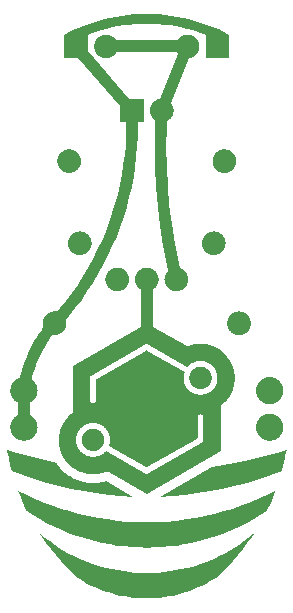
<source format=gbr>
*
%FSLAX36Y36*%
%MOIN*%
%ADD10C,1.0000*%
G36*
X364173Y-71165D02*
G01X364201Y-69585D01*
X364284Y-68006D01*
X364421Y-66432D01*
X364614Y-64864D01*
X364861Y-63303D01*
X365163Y-61751D01*
X365518Y-60212D01*
X365927Y-58685D01*
X366389Y-57174D01*
X366904Y-55680D01*
X367470Y-54204D01*
X368088Y-52749D01*
X368755Y-51317D01*
X369473Y-49909D01*
X370239Y-48527D01*
X371053Y-47172D01*
X371914Y-45847D01*
X372820Y-44552D01*
X373771Y-43290D01*
X374766Y-42062D01*
X375802Y-40869D01*
X376880Y-39714D01*
X377998Y-38596D01*
X379154Y-37518D01*
X380346Y-36482D01*
X381574Y-35487D01*
X382836Y-34536D01*
X384131Y-33630D01*
X385456Y-32769D01*
X386811Y-31955D01*
X388193Y-31189D01*
X389601Y-30471D01*
X391034Y-29803D01*
X392488Y-29186D01*
X393964Y-28620D01*
X395458Y-28105D01*
X396969Y-27643D01*
X398496Y-27234D01*
X400035Y-26879D01*
X401587Y-26577D01*
X403148Y-26330D01*
X404716Y-26137D01*
X406291Y-25999D01*
X407869Y-25917D01*
X409449Y-25889D01*
X411029Y-25917D01*
X412607Y-25999D01*
X414181Y-26137D01*
X415750Y-26330D01*
X417311Y-26577D01*
X418862Y-26879D01*
X420402Y-27234D01*
X421928Y-27643D01*
X423440Y-28105D01*
X424934Y-28620D01*
X426409Y-29186D01*
X427864Y-29803D01*
X429296Y-30471D01*
X430704Y-31189D01*
X432087Y-31955D01*
X433441Y-32769D01*
X434767Y-33630D01*
X436061Y-34536D01*
X437323Y-35487D01*
X438551Y-36482D01*
X439744Y-37518D01*
X440900Y-38596D01*
X442017Y-39714D01*
X443095Y-40869D01*
X444132Y-42062D01*
X445126Y-43290D01*
X446078Y-44552D01*
X446984Y-45847D01*
X447845Y-47172D01*
X448659Y-48527D01*
X449425Y-49909D01*
X450142Y-51317D01*
X450810Y-52749D01*
X451428Y-54204D01*
X451994Y-55680D01*
X452508Y-57174D01*
X452971Y-58685D01*
X453380Y-60212D01*
X453735Y-61751D01*
X454037Y-63303D01*
X454284Y-64864D01*
X454476Y-66432D01*
X454614Y-68006D01*
X454697Y-69585D01*
X454724Y-71165D01*
X454697Y-72745D01*
X454614Y-74323D01*
X454476Y-75897D01*
X454284Y-77466D01*
X454037Y-79027D01*
X453735Y-80578D01*
X453380Y-82118D01*
X452971Y-83644D01*
X452508Y-85156D01*
X451994Y-86650D01*
X451428Y-88125D01*
X450810Y-89580D01*
X450142Y-91012D01*
X449425Y-92420D01*
X448659Y-93803D01*
X447845Y-95157D01*
X446984Y-96483D01*
X446078Y-97777D01*
X445126Y-99039D01*
X444132Y-100267D01*
X443095Y-101460D01*
X442017Y-102616D01*
X440900Y-103733D01*
X439744Y-104811D01*
X438551Y-105848D01*
X437323Y-106842D01*
X436061Y-107793D01*
X434767Y-108700D01*
X433441Y-109561D01*
X432087Y-110375D01*
X430704Y-111141D01*
X429296Y-111858D01*
X427864Y-112526D01*
X426409Y-113144D01*
X424934Y-113710D01*
X423440Y-114224D01*
X421928Y-114686D01*
X420402Y-115095D01*
X418862Y-115451D01*
X417311Y-115752D01*
X415750Y-116000D01*
X414181Y-116192D01*
X412607Y-116330D01*
X411029Y-116413D01*
X409449Y-116440D01*
X407869Y-116413D01*
X406291Y-116330D01*
X404716Y-116192D01*
X403148Y-116000D01*
X401587Y-115752D01*
X400035Y-115451D01*
X398496Y-115095D01*
X396969Y-114686D01*
X395458Y-114224D01*
X393964Y-113710D01*
X392488Y-113144D01*
X391034Y-112526D01*
X389601Y-111858D01*
X388193Y-111141D01*
X386811Y-110375D01*
X385456Y-109561D01*
X384131Y-108700D01*
X382836Y-107793D01*
X381574Y-106842D01*
X380346Y-105848D01*
X379154Y-104811D01*
X377998Y-103733D01*
X376880Y-102616D01*
X375802Y-101460D01*
X374766Y-100267D01*
X373771Y-99039D01*
X372820Y-97777D01*
X371914Y-96483D01*
X371053Y-95157D01*
X370239Y-93803D01*
X369473Y-92420D01*
X368755Y-91012D01*
X368088Y-89580D01*
X367470Y-88125D01*
X366904Y-86650D01*
X366389Y-85156D01*
X365927Y-83644D01*
X365518Y-82118D01*
X365163Y-80578D01*
X364861Y-79027D01*
X364614Y-77466D01*
X364421Y-75897D01*
X364284Y-74323D01*
X364201Y-72745D01*
X364173Y-71165D01*
G37*
G36*
Y50883D02*
X364201Y52463D01*
X364284Y54041D01*
X364421Y55615D01*
X364614Y57184D01*
X364861Y58745D01*
X365163Y60296D01*
X365518Y61836D01*
X365927Y63362D01*
X366389Y64873D01*
X366904Y66368D01*
X367470Y67843D01*
X368088Y69298D01*
X368755Y70730D01*
X369473Y72138D01*
X370239Y73520D01*
X371053Y74875D01*
X371914Y76200D01*
X372820Y77495D01*
X373771Y78757D01*
X374766Y79985D01*
X375802Y81178D01*
X376880Y82334D01*
X377998Y83451D01*
X379154Y84529D01*
X380346Y85566D01*
X381574Y86560D01*
X382836Y87511D01*
X384131Y88418D01*
X385456Y89278D01*
X386811Y90092D01*
X388193Y90858D01*
X389601Y91576D01*
X391034Y92244D01*
X392488Y92861D01*
X393964Y93428D01*
X395458Y93942D01*
X396969Y94404D01*
X398496Y94813D01*
X400035Y95169D01*
X401587Y95470D01*
X403148Y95717D01*
X404716Y95910D01*
X406291Y96048D01*
X407869Y96131D01*
X409449Y96158D01*
X411029Y96131D01*
X412607Y96048D01*
X414181Y95910D01*
X415750Y95717D01*
X417311Y95470D01*
X418862Y95169D01*
X420402Y94813D01*
X421928Y94404D01*
X423440Y93942D01*
X424934Y93428D01*
X426409Y92861D01*
X427864Y92244D01*
X429296Y91576D01*
X430704Y90858D01*
X432087Y90092D01*
X433441Y89278D01*
X434767Y88418D01*
X436061Y87511D01*
X437323Y86560D01*
X438551Y85566D01*
X439744Y84529D01*
X440900Y83451D01*
X442017Y82334D01*
X443095Y81178D01*
X444132Y79985D01*
X445126Y78757D01*
X446078Y77495D01*
X446984Y76200D01*
X447845Y74875D01*
X448659Y73520D01*
X449425Y72138D01*
X450142Y70730D01*
X450810Y69298D01*
X451428Y67843D01*
X451994Y66368D01*
X452508Y64873D01*
X452971Y63362D01*
X453380Y61836D01*
X453735Y60296D01*
X454037Y58745D01*
X454284Y57184D01*
X454476Y55615D01*
X454614Y54041D01*
X454697Y52463D01*
X454724Y50883D01*
X454697Y49302D01*
X454614Y47724D01*
X454476Y46150D01*
X454284Y44581D01*
X454037Y43020D01*
X453735Y41469D01*
X453380Y39929D01*
X452971Y38403D01*
X452508Y36892D01*
X451994Y35397D01*
X451428Y33922D01*
X450810Y32467D01*
X450142Y31035D01*
X449425Y29627D01*
X448659Y28245D01*
X447845Y26890D01*
X446984Y25565D01*
X446078Y24270D01*
X445126Y23008D01*
X444132Y21780D01*
X443095Y20587D01*
X442017Y19431D01*
X440900Y18314D01*
X439744Y17236D01*
X438551Y16199D01*
X437323Y15205D01*
X436061Y14254D01*
X434767Y13347D01*
X433441Y12487D01*
X432087Y11673D01*
X430704Y10907D01*
X429296Y10189D01*
X427864Y9521D01*
X426409Y8904D01*
X424934Y8337D01*
X423440Y7823D01*
X421928Y7361D01*
X420402Y6952D01*
X418862Y6596D01*
X417311Y6295D01*
X415750Y6048D01*
X414181Y5855D01*
X412607Y5717D01*
X411029Y5634D01*
X409449Y5607D01*
X407869Y5634D01*
X406291Y5717D01*
X404716Y5855D01*
X403148Y6048D01*
X401587Y6295D01*
X400035Y6596D01*
X398496Y6952D01*
X396969Y7361D01*
X395458Y7823D01*
X393964Y8337D01*
X392488Y8904D01*
X391034Y9521D01*
X389601Y10189D01*
X388193Y10907D01*
X386811Y11673D01*
X385456Y12487D01*
X384131Y13347D01*
X382836Y14254D01*
X381574Y15205D01*
X380346Y16199D01*
X379154Y17236D01*
X377998Y18314D01*
X376880Y19431D01*
X375802Y20587D01*
X374766Y21780D01*
X373771Y23008D01*
X372820Y24270D01*
X371914Y25565D01*
X371053Y26890D01*
X370239Y28245D01*
X369473Y29627D01*
X368755Y31035D01*
X368088Y32467D01*
X367470Y33922D01*
X366904Y35397D01*
X366389Y36892D01*
X365927Y38403D01*
X365518Y39929D01*
X365163Y41469D01*
X364861Y43020D01*
X364614Y44581D01*
X364421Y46150D01*
X364284Y47724D01*
X364201Y49302D01*
X364173Y50883D01*
G37*
G36*
X268164Y275064D02*
X268188Y276438D01*
X268260Y277811D01*
X268380Y279180D01*
X268547Y280544D01*
X268762Y281901D01*
X269024Y283250D01*
X269334Y284589D01*
X269689Y285916D01*
X270091Y287230D01*
X270538Y288530D01*
X271031Y289813D01*
X271568Y291078D01*
X272149Y292323D01*
X272772Y293547D01*
X273439Y294749D01*
X274146Y295927D01*
X274895Y297080D01*
X275683Y298205D01*
X276510Y299303D01*
X277375Y300371D01*
X278276Y301408D01*
X279214Y302413D01*
X280185Y303385D01*
X281190Y304322D01*
X282228Y305224D01*
X283295Y306088D01*
X284393Y306915D01*
X285519Y307704D01*
X286671Y308452D01*
X287849Y309160D01*
X289051Y309826D01*
X290275Y310450D01*
X291521Y311031D01*
X292786Y311568D01*
X294069Y312060D01*
X295368Y312507D01*
X296682Y312909D01*
X298010Y313265D01*
X299349Y313574D01*
X300698Y313836D01*
X302055Y314051D01*
X303419Y314219D01*
X304788Y314338D01*
X306160Y314410D01*
X307534Y314434D01*
X308908Y314410D01*
X310280Y314338D01*
X311649Y314219D01*
X313013Y314051D01*
X314371Y313836D01*
X315720Y313574D01*
X317059Y313265D01*
X318386Y312909D01*
X319700Y312507D01*
X320999Y312060D01*
X322282Y311568D01*
X323547Y311031D01*
X324793Y310450D01*
X326017Y309826D01*
X327219Y309160D01*
X328397Y308452D01*
X329550Y307704D01*
X330675Y306915D01*
X331773Y306088D01*
X332841Y305224D01*
X333878Y304322D01*
X334883Y303385D01*
X335855Y302413D01*
X336792Y301408D01*
X337693Y300371D01*
X338558Y299303D01*
X339385Y298205D01*
X340173Y297080D01*
X340922Y295927D01*
X341630Y294749D01*
X342296Y293547D01*
X342920Y292323D01*
X343500Y291078D01*
X344037Y289813D01*
X344530Y288530D01*
X344977Y287230D01*
X345379Y285916D01*
X345735Y284589D01*
X346044Y283250D01*
X346306Y281901D01*
X346521Y280544D01*
X346689Y279180D01*
X346808Y277811D01*
X346880Y276438D01*
X346904Y275064D01*
X346880Y273690D01*
X346808Y272318D01*
X346689Y270949D01*
X346521Y269585D01*
X346306Y268228D01*
X346044Y266879D01*
X345735Y265540D01*
X345379Y264212D01*
X344977Y262898D01*
X344530Y261599D01*
X344037Y260316D01*
X343500Y259051D01*
X342920Y257806D01*
X342296Y256581D01*
X341630Y255379D01*
X340922Y254201D01*
X340173Y253049D01*
X339385Y251923D01*
X338558Y250826D01*
X337693Y249758D01*
X336792Y248721D01*
X335855Y247716D01*
X334883Y246744D01*
X333878Y245807D01*
X332841Y244905D01*
X331773Y244040D01*
X330675Y243213D01*
X329550Y242425D01*
X328397Y241677D01*
X327219Y240969D01*
X326017Y240303D01*
X324793Y239679D01*
X323547Y239098D01*
X322282Y238561D01*
X320999Y238069D01*
X319700Y237621D01*
X318386Y237219D01*
X317059Y236864D01*
X315720Y236555D01*
X314371Y236292D01*
X313013Y236077D01*
X311649Y235910D01*
X310280Y235790D01*
X308908Y235718D01*
X307534Y235694D01*
X306160Y235718D01*
X304788Y235790D01*
X303419Y235910D01*
X302055Y236077D01*
X300698Y236292D01*
X299349Y236555D01*
X298010Y236864D01*
X296682Y237219D01*
X295368Y237621D01*
X294069Y238069D01*
X292786Y238561D01*
X291521Y239098D01*
X290275Y239679D01*
X289051Y240303D01*
X287849Y240969D01*
X286671Y241677D01*
X285519Y242425D01*
X284393Y243213D01*
X283295Y244040D01*
X282228Y244905D01*
X281190Y245807D01*
X280185Y246744D01*
X279214Y247716D01*
X278276Y248721D01*
X277375Y249758D01*
X276510Y250826D01*
X275683Y251923D01*
X274895Y253049D01*
X274146Y254201D01*
X273439Y255379D01*
X272772Y256581D01*
X272149Y257806D01*
X271568Y259051D01*
X271031Y260316D01*
X270538Y261599D01*
X270091Y262898D01*
X269689Y264212D01*
X269334Y265540D01*
X269024Y266879D01*
X268762Y268228D01*
X268547Y269585D01*
X268380Y270949D01*
X268260Y272318D01*
X268188Y273690D01*
X268164Y275064D01*
G37*
G36*
X219281Y815613D02*
X219305Y816987D01*
X219377Y818360D01*
X219497Y819729D01*
X219664Y821092D01*
X219879Y822450D01*
X220141Y823799D01*
X220451Y825138D01*
X220806Y826465D01*
X221208Y827779D01*
X221655Y829079D01*
X222148Y830362D01*
X222685Y831626D01*
X223266Y832872D01*
X223889Y834096D01*
X224556Y835298D01*
X225263Y836476D01*
X226012Y837629D01*
X226800Y838754D01*
X227627Y839852D01*
X228492Y840920D01*
X229393Y841957D01*
X230331Y842962D01*
X231302Y843934D01*
X232307Y844871D01*
X233345Y845772D01*
X234413Y846637D01*
X235510Y847464D01*
X236636Y848253D01*
X237788Y849001D01*
X238966Y849709D01*
X240168Y850375D01*
X241392Y850999D01*
X242638Y851580D01*
X243903Y852117D01*
X245186Y852609D01*
X246485Y853056D01*
X247799Y853458D01*
X249127Y853814D01*
X250466Y854123D01*
X251815Y854385D01*
X253172Y854600D01*
X254536Y854768D01*
X255905Y854887D01*
X257277Y854959D01*
X258651Y854983D01*
X260025Y854959D01*
X261397Y854887D01*
X262766Y854768D01*
X264130Y854600D01*
X265488Y854385D01*
X266837Y854123D01*
X268176Y853814D01*
X269503Y853458D01*
X270817Y853056D01*
X272117Y852609D01*
X273399Y852117D01*
X274664Y851580D01*
X275910Y850999D01*
X277134Y850375D01*
X278336Y849709D01*
X279514Y849001D01*
X280667Y848253D01*
X281792Y847464D01*
X282890Y846637D01*
X283958Y845772D01*
X284995Y844871D01*
X286000Y843934D01*
X286972Y842962D01*
X287909Y841957D01*
X288810Y840920D01*
X289675Y839852D01*
X290502Y838754D01*
X291290Y837629D01*
X292039Y836476D01*
X292747Y835298D01*
X293413Y834096D01*
X294037Y832872D01*
X294618Y831626D01*
X295154Y830362D01*
X295647Y829079D01*
X296094Y827779D01*
X296496Y826465D01*
X296852Y825138D01*
X297161Y823799D01*
X297423Y822450D01*
X297638Y821092D01*
X297806Y819729D01*
X297925Y818360D01*
X297997Y816987D01*
X298021Y815613D01*
X297997Y814239D01*
X297925Y812867D01*
X297806Y811498D01*
X297638Y810134D01*
X297423Y808777D01*
X297161Y807428D01*
X296852Y806089D01*
X296496Y804761D01*
X296094Y803447D01*
X295647Y802148D01*
X295154Y800865D01*
X294618Y799600D01*
X294037Y798355D01*
X293413Y797130D01*
X292747Y795928D01*
X292039Y794750D01*
X291290Y793598D01*
X290502Y792472D01*
X289675Y791375D01*
X288810Y790307D01*
X287909Y789270D01*
X286972Y788264D01*
X286000Y787293D01*
X284995Y786356D01*
X283958Y785454D01*
X282890Y784589D01*
X281792Y783762D01*
X280667Y782974D01*
X279514Y782226D01*
X278336Y781518D01*
X277134Y780852D01*
X275910Y780228D01*
X274664Y779647D01*
X273399Y779110D01*
X272117Y778617D01*
X270817Y778170D01*
X269503Y777768D01*
X268176Y777413D01*
X266837Y777103D01*
X265488Y776841D01*
X264130Y776626D01*
X262766Y776459D01*
X261397Y776339D01*
X260025Y776267D01*
X258651Y776243D01*
X257277Y776267D01*
X255905Y776339D01*
X254536Y776459D01*
X253172Y776626D01*
X251815Y776841D01*
X250466Y777103D01*
X249127Y777413D01*
X247799Y777768D01*
X246485Y778170D01*
X245186Y778617D01*
X243903Y779110D01*
X242638Y779647D01*
X241392Y780228D01*
X240168Y780852D01*
X238966Y781518D01*
X237788Y782226D01*
X236636Y782974D01*
X235510Y783762D01*
X234413Y784589D01*
X233345Y785454D01*
X232307Y786356D01*
X231302Y787293D01*
X230331Y788264D01*
X229393Y789270D01*
X228492Y790307D01*
X227627Y791375D01*
X226800Y792472D01*
X226012Y793598D01*
X225263Y794750D01*
X224556Y795928D01*
X223889Y797130D01*
X223266Y798355D01*
X222685Y799600D01*
X222148Y800865D01*
X221655Y802148D01*
X221208Y803447D01*
X220806Y804761D01*
X220451Y806089D01*
X220141Y807428D01*
X219879Y808777D01*
X219664Y810134D01*
X219497Y811498D01*
X219377Y812867D01*
X219305Y814239D01*
X219281Y815613D01*
G37*
G36*
X183866Y541736D02*
X183890Y543110D01*
X183962Y544482D01*
X184081Y545851D01*
X184249Y547215D01*
X184464Y548572D01*
X184726Y549921D01*
X185035Y551260D01*
X185391Y552588D01*
X185793Y553902D01*
X186240Y555201D01*
X186732Y556484D01*
X187269Y557749D01*
X187850Y558995D01*
X188474Y560219D01*
X189140Y561421D01*
X189848Y562599D01*
X190597Y563751D01*
X191385Y564877D01*
X192212Y565974D01*
X193077Y567042D01*
X193978Y568080D01*
X194915Y569085D01*
X195887Y570056D01*
X196892Y570993D01*
X197929Y571895D01*
X198997Y572760D01*
X200095Y573587D01*
X201220Y574375D01*
X202373Y575124D01*
X203551Y575831D01*
X204753Y576498D01*
X205977Y577121D01*
X207223Y577702D01*
X208487Y578239D01*
X209770Y578732D01*
X211070Y579179D01*
X212384Y579581D01*
X213711Y579936D01*
X215050Y580246D01*
X216399Y580508D01*
X217757Y580723D01*
X219120Y580890D01*
X220489Y581010D01*
X221862Y581082D01*
X223236Y581106D01*
X224610Y581082D01*
X225982Y581010D01*
X227351Y580890D01*
X228715Y580723D01*
X230072Y580508D01*
X231421Y580246D01*
X232760Y579936D01*
X234088Y579581D01*
X235402Y579179D01*
X236701Y578732D01*
X237984Y578239D01*
X239249Y577702D01*
X240494Y577121D01*
X241719Y576498D01*
X242921Y575831D01*
X244099Y575124D01*
X245251Y574375D01*
X246377Y573587D01*
X247474Y572760D01*
X248542Y571895D01*
X249580Y570993D01*
X250585Y570056D01*
X251556Y569085D01*
X252493Y568080D01*
X253395Y567042D01*
X254260Y565974D01*
X255087Y564877D01*
X255875Y563751D01*
X256624Y562599D01*
X257331Y561421D01*
X257998Y560219D01*
X258621Y558995D01*
X259202Y557749D01*
X259739Y556484D01*
X260232Y555201D01*
X260679Y553902D01*
X261081Y552588D01*
X261436Y551260D01*
X261746Y549921D01*
X262008Y548572D01*
X262223Y547215D01*
X262390Y545851D01*
X262510Y544482D01*
X262582Y543110D01*
X262606Y541736D01*
X262582Y540362D01*
X262510Y538989D01*
X262390Y537621D01*
X262223Y536257D01*
X262008Y534899D01*
X261746Y533550D01*
X261436Y532211D01*
X261081Y530884D01*
X260679Y529570D01*
X260232Y528270D01*
X259739Y526988D01*
X259202Y525723D01*
X258621Y524477D01*
X257998Y523253D01*
X257331Y522051D01*
X256624Y520873D01*
X255875Y519720D01*
X255087Y518595D01*
X254260Y517497D01*
X253395Y516429D01*
X252493Y515392D01*
X251556Y514387D01*
X250585Y513415D01*
X249580Y512478D01*
X248542Y511577D01*
X247474Y510712D01*
X246377Y509885D01*
X245251Y509097D01*
X244099Y508348D01*
X242921Y507640D01*
X241719Y506974D01*
X240494Y506350D01*
X239249Y505769D01*
X237984Y505233D01*
X236701Y504740D01*
X235402Y504293D01*
X234088Y503891D01*
X232760Y503535D01*
X231421Y503226D01*
X230072Y502964D01*
X228715Y502749D01*
X227351Y502581D01*
X225982Y502462D01*
X224610Y502390D01*
X223236Y502366D01*
X221862Y502390D01*
X220489Y502462D01*
X219120Y502581D01*
X217757Y502749D01*
X216399Y502964D01*
X215050Y503226D01*
X213711Y503535D01*
X212384Y503891D01*
X211070Y504293D01*
X209770Y504740D01*
X208487Y505233D01*
X207223Y505769D01*
X205977Y506350D01*
X204753Y506974D01*
X203551Y507640D01*
X202373Y508348D01*
X201220Y509097D01*
X200095Y509885D01*
X198997Y510712D01*
X197929Y511577D01*
X196892Y512478D01*
X195887Y513415D01*
X194915Y514387D01*
X193978Y515392D01*
X193077Y516429D01*
X192212Y517497D01*
X191385Y518595D01*
X190597Y519720D01*
X189848Y520873D01*
X189140Y522051D01*
X188474Y523253D01*
X187850Y524477D01*
X187269Y525723D01*
X186732Y526988D01*
X186240Y528270D01*
X185793Y529570D01*
X185391Y530884D01*
X185035Y532211D01*
X184726Y533550D01*
X184464Y534899D01*
X184249Y536257D01*
X184081Y537621D01*
X183962Y538989D01*
X183890Y540362D01*
X183866Y541736D01*
G37*
G36*
X141683Y93194D02*
X141706Y94496D01*
X141774Y95796D01*
X141888Y97093D01*
X142046Y98385D01*
X142250Y99671D01*
X142499Y100949D01*
X142791Y102218D01*
X143128Y103476D01*
X143509Y104721D01*
X143933Y105952D01*
X144400Y107167D01*
X144908Y108366D01*
X145459Y109546D01*
X146050Y110706D01*
X146681Y111845D01*
X147352Y112961D01*
X148061Y114053D01*
X148808Y115120D01*
X149591Y116159D01*
X150411Y117171D01*
X151265Y118154D01*
X152153Y119106D01*
X153073Y120027D01*
X154026Y120915D01*
X155008Y121769D01*
X156020Y122588D01*
X157060Y123372D01*
X158127Y124119D01*
X159219Y124828D01*
X160335Y125499D01*
X161473Y126130D01*
X162634Y126721D01*
X163814Y127271D01*
X165012Y127780D01*
X166228Y128246D01*
X167459Y128670D01*
X168704Y129051D01*
X169962Y129388D01*
X171230Y129681D01*
X172508Y129929D01*
X173794Y130133D01*
X175087Y130292D01*
X176384Y130405D01*
X177684Y130473D01*
X178986Y130496D01*
X180288Y130473D01*
X181588Y130405D01*
X182885Y130292D01*
X184177Y130133D01*
X185463Y129929D01*
X186741Y129681D01*
X188010Y129388D01*
X189268Y129051D01*
X190513Y128670D01*
X191744Y128246D01*
X192960Y127780D01*
X194158Y127271D01*
X195338Y126721D01*
X196498Y126130D01*
X197637Y125499D01*
X198753Y124828D01*
X199845Y124119D01*
X200912Y123372D01*
X201951Y122588D01*
X202963Y121769D01*
X203946Y120915D01*
X204898Y120027D01*
X205819Y119106D01*
X206707Y118154D01*
X207561Y117171D01*
X208380Y116159D01*
X209164Y115120D01*
X209911Y114053D01*
X210620Y112961D01*
X211291Y111845D01*
X211922Y110706D01*
X212513Y109546D01*
X213063Y108366D01*
X213572Y107167D01*
X214039Y105952D01*
X214462Y104721D01*
X214843Y103476D01*
X215180Y102218D01*
X215473Y100949D01*
X215721Y99671D01*
X215925Y98385D01*
X216084Y97093D01*
X216197Y95796D01*
X216265Y94496D01*
X216288Y93194D01*
X216265Y91892D01*
X216197Y90592D01*
X216084Y89295D01*
X215925Y88002D01*
X215721Y86716D01*
X215473Y85438D01*
X215180Y84169D01*
X214843Y82912D01*
X214462Y81667D01*
X214039Y80436D01*
X213572Y79220D01*
X213063Y78021D01*
X212513Y76841D01*
X211922Y75681D01*
X211291Y74543D01*
X210620Y73426D01*
X209911Y72335D01*
X209164Y71268D01*
X208380Y70228D01*
X207561Y69216D01*
X206707Y68234D01*
X205819Y67281D01*
X204898Y66361D01*
X203946Y65473D01*
X202963Y64618D01*
X201951Y63799D01*
X200912Y63015D01*
X199845Y62269D01*
X198753Y61560D01*
X197637Y60889D01*
X196498Y60258D01*
X195338Y59667D01*
X194158Y59116D01*
X192960Y58608D01*
X191744Y58141D01*
X190513Y57717D01*
X189268Y57336D01*
X188010Y56999D01*
X186741Y56707D01*
X185463Y56458D01*
X184177Y56254D01*
X182885Y56096D01*
X181588Y55982D01*
X180288Y55914D01*
X178986Y55891D01*
X177684Y55914D01*
X176384Y55982D01*
X175087Y56096D01*
X173794Y56254D01*
X172508Y56458D01*
X171230Y56707D01*
X169962Y56999D01*
X168704Y57336D01*
X167459Y57717D01*
X166228Y58141D01*
X165012Y58608D01*
X163814Y59116D01*
X162634Y59667D01*
X161473Y60258D01*
X160335Y60889D01*
X159219Y61560D01*
X158127Y62269D01*
X157060Y63015D01*
X156020Y63799D01*
X155008Y64618D01*
X154026Y65473D01*
X153073Y66361D01*
X152153Y67281D01*
X151265Y68234D01*
X150411Y69216D01*
X149591Y70228D01*
X148808Y71268D01*
X148061Y72335D01*
X147352Y73426D01*
X146681Y74543D01*
X146050Y75681D01*
X145459Y76841D01*
X144908Y78021D01*
X144400Y79220D01*
X143933Y80436D01*
X143509Y81667D01*
X143128Y82912D01*
X142791Y84169D01*
X142499Y85438D01*
X142250Y86716D01*
X142046Y88002D01*
X141888Y89295D01*
X141774Y90592D01*
X141706Y91892D01*
X141683Y93194D01*
G37*
G36*
X432756Y-158022D02*
X465911Y-148119D01*
X465573Y-150050D01*
X460632Y-175465D01*
X454808Y-200693D01*
X450760Y-216215D01*
X413061Y-230654D01*
X373202Y-244378D01*
X332890Y-256703D01*
X292171Y-267614D01*
X251097Y-277096D01*
X209716Y-285140D01*
X168081Y-291734D01*
X126240Y-296872D01*
X84245Y-300546D01*
X45114Y-302645D01*
X216162Y-203890D01*
X218505Y-203563D01*
X272631Y-194990D01*
X326426Y-184533D01*
X379822Y-172206D01*
X432756Y-158022D01*
G37*
G36*
X-137795Y421490D02*
X-137771Y422864D01*
X-137699Y424237D01*
X-137580Y425606D01*
X-137412Y426970D01*
X-137197Y428327D01*
X-136935Y429676D01*
X-136626Y431015D01*
X-136270Y432342D01*
X-135868Y433656D01*
X-135421Y434956D01*
X-134928Y436239D01*
X-134392Y437504D01*
X-133811Y438749D01*
X-133187Y439973D01*
X-132521Y441175D01*
X-131813Y442353D01*
X-131064Y443506D01*
X-130276Y444631D01*
X-129449Y445729D01*
X-128584Y446797D01*
X-127683Y447834D01*
X-126746Y448839D01*
X-125774Y449811D01*
X-124769Y450748D01*
X-123732Y451650D01*
X-122664Y452514D01*
X-121566Y453341D01*
X-120441Y454130D01*
X-119288Y454878D01*
X-118110Y455586D01*
X-116908Y456252D01*
X-115684Y456876D01*
X-114438Y457457D01*
X-113173Y457994D01*
X-111891Y458486D01*
X-110591Y458933D01*
X-109277Y459335D01*
X-107950Y459691D01*
X-106611Y460000D01*
X-105262Y460262D01*
X-103904Y460477D01*
X-102540Y460645D01*
X-101172Y460764D01*
X-99799Y460836D01*
X-98425Y460860D01*
X-97051Y460836D01*
X-95679Y460764D01*
X-94310Y460645D01*
X-92946Y460477D01*
X-91589Y460262D01*
X-90240Y460000D01*
X-88901Y459691D01*
X-87573Y459335D01*
X-86259Y458933D01*
X-84960Y458486D01*
X-83677Y457994D01*
X-82412Y457457D01*
X-81166Y456876D01*
X-79942Y456252D01*
X-78740Y455586D01*
X-77562Y454878D01*
X-76410Y454130D01*
X-75284Y453341D01*
X-74187Y452514D01*
X-73119Y451650D01*
X-72081Y450748D01*
X-71076Y449811D01*
X-70105Y448839D01*
X-69168Y447834D01*
X-68266Y446797D01*
X-67401Y445729D01*
X-66574Y444631D01*
X-65786Y443506D01*
X-65037Y442353D01*
X-64330Y441175D01*
X-63663Y439973D01*
X-63040Y438749D01*
X-62459Y437504D01*
X-61922Y436239D01*
X-61429Y434956D01*
X-60982Y433656D01*
X-60580Y432342D01*
X-60225Y431015D01*
X-59915Y429676D01*
X-59653Y428327D01*
X-59438Y426970D01*
X-59271Y425606D01*
X-59151Y424237D01*
X-59079Y422864D01*
X-59055Y421490D01*
X-59079Y420116D01*
X-59151Y418744D01*
X-59271Y417375D01*
X-59438Y416011D01*
X-59653Y414654D01*
X-59915Y413305D01*
X-60225Y411966D01*
X-60580Y410638D01*
X-60982Y409324D01*
X-61429Y408025D01*
X-61922Y406742D01*
X-62459Y405477D01*
X-63040Y404232D01*
X-63663Y403007D01*
X-64330Y401805D01*
X-65037Y400627D01*
X-65786Y399475D01*
X-66574Y398349D01*
X-67401Y397252D01*
X-68266Y396184D01*
X-69168Y395147D01*
X-70105Y394142D01*
X-71076Y393170D01*
X-72081Y392233D01*
X-73119Y391331D01*
X-74187Y390466D01*
X-75284Y389639D01*
X-76410Y388851D01*
X-77562Y388103D01*
X-78740Y387395D01*
X-79942Y386729D01*
X-81166Y386105D01*
X-82412Y385524D01*
X-83677Y384987D01*
X-84960Y384495D01*
X-86259Y384047D01*
X-87573Y383645D01*
X-88901Y383290D01*
X-90240Y382981D01*
X-91589Y382718D01*
X-92946Y382503D01*
X-94310Y382336D01*
X-95679Y382216D01*
X-97051Y382144D01*
X-98425Y382120D01*
X-99799Y382144D01*
X-101172Y382216D01*
X-102540Y382336D01*
X-103904Y382503D01*
X-105262Y382718D01*
X-106611Y382981D01*
X-107950Y383290D01*
X-109277Y383645D01*
X-110591Y384047D01*
X-111891Y384495D01*
X-113173Y384987D01*
X-114438Y385524D01*
X-115684Y386105D01*
X-116908Y386729D01*
X-118110Y387395D01*
X-119288Y388103D01*
X-120441Y388851D01*
X-121566Y389639D01*
X-122664Y390466D01*
X-123732Y391331D01*
X-124769Y392233D01*
X-125774Y393170D01*
X-126746Y394142D01*
X-127683Y395147D01*
X-128584Y396184D01*
X-129449Y397252D01*
X-130276Y398349D01*
X-131064Y399475D01*
X-131813Y400627D01*
X-132521Y401805D01*
X-133187Y403007D01*
X-133811Y404232D01*
X-134392Y405477D01*
X-134928Y406742D01*
X-135421Y408025D01*
X-135868Y409324D01*
X-136270Y410638D01*
X-136626Y411966D01*
X-136935Y413305D01*
X-137197Y414654D01*
X-137412Y416011D01*
X-137580Y417375D01*
X-137699Y418744D01*
X-137771Y420116D01*
X-137795Y421490D01*
G37*
G36*
X135869Y1237535D02*
X137243Y1237511D01*
X138615Y1237439D01*
X139984Y1237319D01*
X141348Y1237152D01*
X142705Y1236937D01*
X144054Y1236674D01*
X145393Y1236365D01*
X146721Y1236010D01*
X148035Y1235608D01*
X149334Y1235160D01*
X150617Y1234668D01*
X151882Y1234131D01*
X153128Y1233550D01*
X154352Y1232926D01*
X155554Y1232260D01*
X156732Y1231552D01*
X157884Y1230804D01*
X159010Y1230016D01*
X160108Y1229189D01*
X161176Y1228324D01*
X162213Y1227422D01*
X163218Y1226485D01*
X164189Y1225513D01*
X165127Y1224508D01*
X166028Y1223471D01*
X166893Y1222403D01*
X167720Y1221306D01*
X168508Y1220180D01*
X169257Y1219028D01*
X169964Y1217850D01*
X170631Y1216648D01*
X171255Y1215423D01*
X171835Y1214178D01*
X172372Y1212913D01*
X172865Y1211630D01*
X173312Y1210331D01*
X173714Y1209017D01*
X174070Y1207689D01*
X174379Y1206350D01*
X174641Y1205001D01*
X174856Y1203644D01*
X175023Y1202280D01*
X175143Y1200911D01*
X175215Y1199539D01*
X175239Y1198165D01*
X175215Y1196791D01*
X175143Y1195418D01*
X175023Y1194049D01*
X174856Y1192685D01*
X174641Y1191328D01*
X174379Y1189979D01*
X174070Y1188640D01*
X173714Y1187313D01*
X173312Y1185999D01*
X172865Y1184699D01*
X172372Y1183416D01*
X171835Y1182151D01*
X171255Y1180906D01*
X170631Y1179682D01*
X169964Y1178480D01*
X169257Y1177302D01*
X168508Y1176149D01*
X167720Y1175024D01*
X166893Y1173926D01*
X166028Y1172858D01*
X165127Y1171821D01*
X164189Y1170816D01*
X163218Y1169844D01*
X162213Y1168907D01*
X161176Y1168005D01*
X160108Y1167141D01*
X159010Y1166314D01*
X157884Y1165525D01*
X156732Y1164777D01*
X155554Y1164069D01*
X154352Y1163403D01*
X153128Y1162779D01*
X151882Y1162198D01*
X150617Y1161661D01*
X149334Y1161169D01*
X148035Y1160721D01*
X146721Y1160320D01*
X145393Y1159964D01*
X144054Y1159655D01*
X142705Y1159393D01*
X141404Y1159186D01*
X80990Y1009042D01*
X81024Y1008998D01*
X81851Y1007901D01*
X82639Y1006775D01*
X83388Y1005622D01*
X84095Y1004444D01*
X84762Y1003242D01*
X85386Y1002018D01*
X85966Y1000773D01*
X86503Y999508D01*
X86996Y998225D01*
X87443Y996925D01*
X87845Y995611D01*
X88201Y994284D01*
X88510Y992945D01*
X88772Y991596D01*
X88987Y990239D01*
X89154Y988875D01*
X89274Y987506D01*
X89346Y986133D01*
X89370Y984759D01*
X89346Y983385D01*
X89274Y982013D01*
X89154Y980644D01*
X88987Y979280D01*
X88772Y977923D01*
X88510Y976574D01*
X88201Y975235D01*
X87845Y973907D01*
X87443Y972593D01*
X86996Y971294D01*
X86503Y970011D01*
X85966Y968746D01*
X85386Y967501D01*
X84762Y966276D01*
X84095Y965074D01*
X83388Y963896D01*
X82639Y962744D01*
X81851Y961618D01*
X81024Y960521D01*
X80159Y959453D01*
X79258Y958416D01*
X78320Y957411D01*
X77349Y956439D01*
X76344Y955502D01*
X75307Y954600D01*
X74239Y953735D01*
X73141Y952908D01*
X72015Y952120D01*
X70863Y951372D01*
X69685Y950664D01*
X68483Y949998D01*
X67702Y949593D01*
X66698Y925404D01*
X65575Y861010D01*
X66698Y796617D01*
X70069Y732301D01*
X75682Y668143D01*
X83531Y604219D01*
X93606Y540608D01*
X105895Y477388D01*
X109865Y459162D01*
X110591Y458933D01*
X111891Y458486D01*
X113173Y457994D01*
X114438Y457457D01*
X115684Y456876D01*
X116908Y456252D01*
X118110Y455586D01*
X119288Y454878D01*
X120441Y454130D01*
X121566Y453341D01*
X122664Y452514D01*
X123732Y451650D01*
X124769Y450748D01*
X125774Y449811D01*
X126746Y448839D01*
X127683Y447834D01*
X128584Y446797D01*
X129449Y445729D01*
X130276Y444631D01*
X131064Y443506D01*
X131813Y442353D01*
X132521Y441175D01*
X133187Y439973D01*
X133811Y438749D01*
X134392Y437504D01*
X134928Y436239D01*
X135421Y434956D01*
X135868Y433656D01*
X136270Y432342D01*
X136626Y431015D01*
X136935Y429676D01*
X137197Y428327D01*
X137412Y426970D01*
X137580Y425606D01*
X137699Y424237D01*
X137771Y422864D01*
X137795Y421490D01*
X137771Y420116D01*
X137699Y418744D01*
X137580Y417375D01*
X137412Y416011D01*
X137197Y414654D01*
X136935Y413305D01*
X136626Y411966D01*
X136270Y410638D01*
X135868Y409324D01*
X135421Y408025D01*
X134928Y406742D01*
X134392Y405477D01*
X133811Y404232D01*
X133187Y403007D01*
X132521Y401805D01*
X131813Y400627D01*
X131064Y399475D01*
X130276Y398349D01*
X129449Y397252D01*
X128584Y396184D01*
X127683Y395147D01*
X126746Y394142D01*
X125774Y393170D01*
X124769Y392233D01*
X123732Y391331D01*
X122664Y390466D01*
X121566Y389639D01*
X120441Y388851D01*
X119288Y388103D01*
X118110Y387395D01*
X116908Y386729D01*
X115684Y386105D01*
X114438Y385524D01*
X113173Y384987D01*
X111891Y384495D01*
X110591Y384047D01*
X109277Y383645D01*
X107950Y383290D01*
X106611Y382981D01*
X105262Y382718D01*
X103904Y382503D01*
X102540Y382336D01*
X101172Y382216D01*
X99799Y382144D01*
X98425Y382120D01*
X97051Y382144D01*
X95679Y382216D01*
X94310Y382336D01*
X92946Y382503D01*
X91589Y382718D01*
X90240Y382981D01*
X88901Y383290D01*
X87573Y383645D01*
X86259Y384047D01*
X84960Y384495D01*
X83677Y384987D01*
X82412Y385524D01*
X81166Y386105D01*
X79942Y386729D01*
X78740Y387395D01*
X77562Y388103D01*
X76410Y388851D01*
X75284Y389639D01*
X74187Y390466D01*
X73119Y391331D01*
X72081Y392233D01*
X71076Y393170D01*
X70105Y394142D01*
X69168Y395147D01*
X68266Y396184D01*
X67401Y397252D01*
X66574Y398349D01*
X65786Y399475D01*
X65037Y400627D01*
X64330Y401805D01*
X63663Y403007D01*
X63040Y404232D01*
X62459Y405477D01*
X61922Y406742D01*
X61429Y408025D01*
X60982Y409324D01*
X60580Y410638D01*
X60225Y411966D01*
X59915Y413305D01*
X59653Y414654D01*
X59438Y416011D01*
X59271Y417375D01*
X59151Y418744D01*
X59079Y420116D01*
X59055Y421490D01*
X59079Y422864D01*
X59151Y424237D01*
X59271Y425606D01*
X59438Y426970D01*
X59653Y428327D01*
X59915Y429676D01*
X60225Y431015D01*
X60580Y432342D01*
X60982Y433656D01*
X61429Y434956D01*
X61922Y436239D01*
X62459Y437504D01*
X63040Y438749D01*
X63663Y439973D01*
X64330Y441175D01*
X65037Y442353D01*
X65786Y443506D01*
X66574Y444631D01*
X67401Y445729D01*
X68266Y446797D01*
X69168Y447834D01*
X70105Y448839D01*
X71076Y449811D01*
X71520Y450232D01*
X67385Y469203D01*
X54834Y533772D01*
X44544Y598740D01*
X36528Y664027D01*
X30795Y729555D01*
X27352Y795243D01*
X26204Y861010D01*
X27352Y926778D01*
X28395Y951847D01*
X27985Y952120D01*
X26859Y952908D01*
X25761Y953735D01*
X24693Y954600D01*
X23656Y955502D01*
X22651Y956439D01*
X21680Y957411D01*
X20742Y958416D01*
X19841Y959453D01*
X18976Y960521D01*
X18149Y961618D01*
X17361Y962744D01*
X16612Y963896D01*
X15905Y965074D01*
X15238Y966276D01*
X14614Y967501D01*
X14034Y968746D01*
X13497Y970011D01*
X13004Y971294D01*
X12557Y972593D01*
X12155Y973907D01*
X11799Y975235D01*
X11490Y976574D01*
X11228Y977923D01*
X11013Y979280D01*
X10846Y980644D01*
X10726Y982013D01*
X10654Y983385D01*
X10630Y984759D01*
X10654Y986133D01*
X10726Y987506D01*
X10846Y988875D01*
X11013Y990239D01*
X11228Y991596D01*
X11490Y992945D01*
X11799Y994284D01*
X12155Y995611D01*
X12557Y996925D01*
X13004Y998225D01*
X13497Y999508D01*
X14034Y1000773D01*
X14614Y1002018D01*
X15238Y1003242D01*
X15905Y1004444D01*
X16612Y1005622D01*
X17361Y1006775D01*
X18149Y1007901D01*
X18976Y1008998D01*
X19841Y1010066D01*
X20742Y1011103D01*
X21680Y1012108D01*
X22651Y1013080D01*
X23656Y1014017D01*
X24693Y1014919D01*
X25761Y1015783D01*
X26859Y1016610D01*
X27985Y1017399D01*
X29137Y1018147D01*
X30315Y1018855D01*
X31517Y1019521D01*
X32741Y1020145D01*
X33987Y1020726D01*
X35252Y1021263D01*
X36535Y1021755D01*
X37834Y1022203D01*
X39148Y1022604D01*
X40476Y1022960D01*
X41815Y1023269D01*
X43163Y1023531D01*
X44465Y1023738D01*
X104879Y1173882D01*
X104845Y1173926D01*
X104018Y1175024D01*
X103230Y1176149D01*
X102481Y1177302D01*
X101773Y1178480D01*
X-101773D01*
X-102481Y1177302D01*
X-103230Y1176149D01*
X-104018Y1175024D01*
X-104845Y1173926D01*
X-105710Y1172858D01*
X-106611Y1171821D01*
X-107548Y1170816D01*
X-108520Y1169844D01*
X-109525Y1168907D01*
X-110562Y1168005D01*
X-111630Y1167141D01*
X-112728Y1166314D01*
X-113853Y1165525D01*
X-115006Y1164777D01*
X-116184Y1164069D01*
X-117386Y1163403D01*
X-118610Y1162779D01*
X-119856Y1162198D01*
X-121121Y1161661D01*
X-122404Y1161169D01*
X-123703Y1160721D01*
X-125017Y1160320D01*
X-126344Y1159964D01*
X-127683Y1159655D01*
X-129032Y1159393D01*
X-130390Y1159178D01*
X-131754Y1159010D01*
X-133123Y1158890D01*
X-134495Y1158819D01*
X-135869Y1158795D01*
X-137243Y1158819D01*
X-138615Y1158890D01*
X-139984Y1159010D01*
X-141348Y1159178D01*
X-142705Y1159393D01*
X-144054Y1159655D01*
X-145393Y1159964D01*
X-146721Y1160320D01*
X-148035Y1160721D01*
X-149334Y1161169D01*
X-150617Y1161661D01*
X-151882Y1162198D01*
X-153128Y1162779D01*
X-154352Y1163403D01*
X-155554Y1164069D01*
X-156732Y1164777D01*
X-157884Y1165525D01*
X-159010Y1166314D01*
X-160108Y1167141D01*
X-161176Y1168005D01*
X-162213Y1168907D01*
X-163218Y1169844D01*
X-164189Y1170816D01*
X-165127Y1171821D01*
X-166028Y1172858D01*
X-166893Y1173926D01*
X-167720Y1175024D01*
X-168508Y1176149D01*
X-169257Y1177302D01*
X-169964Y1178480D01*
X-170631Y1179682D01*
X-171255Y1180906D01*
X-171835Y1182151D01*
X-172372Y1183416D01*
X-172865Y1184699D01*
X-173312Y1185999D01*
X-173714Y1187313D01*
X-174070Y1188640D01*
X-174379Y1189979D01*
X-174641Y1191328D01*
X-174856Y1192685D01*
X-175023Y1194049D01*
X-175143Y1195418D01*
X-175215Y1196791D01*
X-175239Y1198165D01*
X-175215Y1199539D01*
X-175143Y1200911D01*
X-175023Y1202280D01*
X-174856Y1203644D01*
X-174641Y1205001D01*
X-174379Y1206350D01*
X-174070Y1207689D01*
X-173714Y1209017D01*
X-173312Y1210331D01*
X-172865Y1211630D01*
X-172372Y1212913D01*
X-171835Y1214178D01*
X-171255Y1215423D01*
X-170631Y1216648D01*
X-169964Y1217850D01*
X-169257Y1219028D01*
X-168508Y1220180D01*
X-167720Y1221306D01*
X-166893Y1222403D01*
X-166028Y1223471D01*
X-165127Y1224508D01*
X-164189Y1225513D01*
X-163218Y1226485D01*
X-162213Y1227422D01*
X-161176Y1228324D01*
X-160108Y1229189D01*
X-159010Y1230016D01*
X-157884Y1230804D01*
X-156732Y1231552D01*
X-155554Y1232260D01*
X-154352Y1232926D01*
X-153128Y1233550D01*
X-151882Y1234131D01*
X-150617Y1234668D01*
X-149334Y1235160D01*
X-148035Y1235608D01*
X-146721Y1236010D01*
X-145393Y1236365D01*
X-144054Y1236674D01*
X-142705Y1236937D01*
X-141348Y1237152D01*
X-139984Y1237319D01*
X-138615Y1237439D01*
X-137243Y1237511D01*
X-135869Y1237535D01*
X-134495Y1237511D01*
X-133123Y1237439D01*
X-131754Y1237319D01*
X-130390Y1237152D01*
X-129032Y1236937D01*
X-127683Y1236674D01*
X-126344Y1236365D01*
X-125017Y1236010D01*
X-123703Y1235608D01*
X-122404Y1235160D01*
X-121121Y1234668D01*
X-119856Y1234131D01*
X-118610Y1233550D01*
X-117386Y1232926D01*
X-116184Y1232260D01*
X-115006Y1231552D01*
X-113853Y1230804D01*
X-112728Y1230016D01*
X-111630Y1229189D01*
X-110562Y1228324D01*
X-109525Y1227422D01*
X-108520Y1226485D01*
X-107548Y1225513D01*
X-106611Y1224508D01*
X-105710Y1223471D01*
X-104845Y1222403D01*
X-104018Y1221306D01*
X-103230Y1220180D01*
X-102481Y1219028D01*
X-101773Y1217850D01*
X101773D01*
X102481Y1219028D01*
X103230Y1220180D01*
X104018Y1221306D01*
X104845Y1222403D01*
X105710Y1223471D01*
X106611Y1224508D01*
X107548Y1225513D01*
X108520Y1226485D01*
X109525Y1227422D01*
X110562Y1228324D01*
X111630Y1229189D01*
X112728Y1230016D01*
X113853Y1230804D01*
X115006Y1231552D01*
X116184Y1232260D01*
X117386Y1232926D01*
X118610Y1233550D01*
X119856Y1234131D01*
X121121Y1234668D01*
X122404Y1235160D01*
X123703Y1235608D01*
X125017Y1236010D01*
X126344Y1236365D01*
X127683Y1236674D01*
X129032Y1236937D01*
X130390Y1237152D01*
X131754Y1237319D01*
X133123Y1237439D01*
X134495Y1237511D01*
X135869Y1237535D01*
G37*
G36*
X-216286Y-113480D02*
X-216263Y-112178D01*
X-216195Y-110878D01*
X-216081Y-109581D01*
X-215923Y-108288D01*
X-215719Y-107002D01*
X-215471Y-105724D01*
X-215178Y-104456D01*
X-214841Y-103198D01*
X-214460Y-101953D01*
X-214036Y-100722D01*
X-213569Y-99506D01*
X-213061Y-98308D01*
X-212510Y-97128D01*
X-211919Y-95967D01*
X-211288Y-94829D01*
X-210617Y-93713D01*
X-209908Y-92621D01*
X-209162Y-91554D01*
X-208378Y-90514D01*
X-207559Y-89502D01*
X-206704Y-88520D01*
X-205816Y-87567D01*
X-204896Y-86647D01*
X-203943Y-85759D01*
X-202961Y-84905D01*
X-201949Y-84085D01*
X-200909Y-83302D01*
X-199842Y-82555D01*
X-198751Y-81846D01*
X-197634Y-81175D01*
X-196496Y-80544D01*
X-195336Y-79953D01*
X-194156Y-79402D01*
X-192957Y-78894D01*
X-191741Y-78427D01*
X-190510Y-78003D01*
X-189265Y-77622D01*
X-188008Y-77285D01*
X-186739Y-76993D01*
X-185461Y-76744D01*
X-184175Y-76540D01*
X-182882Y-76382D01*
X-181585Y-76268D01*
X-180285Y-76200D01*
X-178983Y-76177D01*
X-177681Y-76200D01*
X-176381Y-76268D01*
X-175084Y-76382D01*
X-173792Y-76540D01*
X-172506Y-76744D01*
X-171228Y-76993D01*
X-169959Y-77285D01*
X-168701Y-77622D01*
X-167456Y-78003D01*
X-166225Y-78427D01*
X-165010Y-78894D01*
X-163811Y-79402D01*
X-162631Y-79953D01*
X-161471Y-80544D01*
X-160332Y-81175D01*
X-159216Y-81846D01*
X-158124Y-82555D01*
X-157057Y-83302D01*
X-156018Y-84085D01*
X-155006Y-84905D01*
X-154023Y-85759D01*
X-153071Y-86647D01*
X-152150Y-87567D01*
X-151262Y-88520D01*
X-150408Y-89502D01*
X-149589Y-90514D01*
X-148805Y-91554D01*
X-148058Y-92621D01*
X-147349Y-93713D01*
X-146678Y-94829D01*
X-146047Y-95967D01*
X-145456Y-97128D01*
X-144906Y-98308D01*
X-144397Y-99506D01*
X-143931Y-100722D01*
X-143507Y-101953D01*
X-143126Y-103198D01*
X-142789Y-104456D01*
X-142496Y-105724D01*
X-142248Y-107002D01*
X-142044Y-108288D01*
X-141885Y-109581D01*
X-141772Y-110878D01*
X-141704Y-112178D01*
X-141681Y-113480D01*
X-141704Y-114782D01*
X-141772Y-116082D01*
X-141885Y-117379D01*
X-142044Y-118671D01*
X-142248Y-119957D01*
X-142496Y-121235D01*
X-142789Y-122504D01*
X-143126Y-123762D01*
X-143507Y-125007D01*
X-143931Y-126238D01*
X-144397Y-127454D01*
X-144906Y-128652D01*
X-145456Y-129832D01*
X-146047Y-130992D01*
X-146678Y-132131D01*
X-147349Y-133247D01*
X-148058Y-134339D01*
X-148805Y-135406D01*
X-149589Y-136445D01*
X-150408Y-137457D01*
X-151262Y-138440D01*
X-152150Y-139392D01*
X-153071Y-140313D01*
X-154023Y-141201D01*
X-155006Y-142055D01*
X-156018Y-142874D01*
X-157057Y-143658D01*
X-158124Y-144405D01*
X-159216Y-145114D01*
X-160332Y-145785D01*
X-161471Y-146416D01*
X-162631Y-147007D01*
X-163811Y-147557D01*
X-165010Y-148066D01*
X-166225Y-148533D01*
X-167456Y-148956D01*
X-168701Y-149337D01*
X-169959Y-149674D01*
X-171228Y-149967D01*
X-172506Y-150215D01*
X-173792Y-150419D01*
X-175084Y-150578D01*
X-176381Y-150691D01*
X-177681Y-150759D01*
X-178983Y-150782D01*
X-180285Y-150759D01*
X-181585Y-150691D01*
X-182882Y-150578D01*
X-184175Y-150419D01*
X-185461Y-150215D01*
X-186739Y-149967D01*
X-188008Y-149674D01*
X-189265Y-149337D01*
X-190510Y-148956D01*
X-191741Y-148533D01*
X-192957Y-148066D01*
X-194156Y-147557D01*
X-195336Y-147007D01*
X-196496Y-146416D01*
X-197634Y-145785D01*
X-198751Y-145114D01*
X-199842Y-144405D01*
X-200909Y-143658D01*
X-201949Y-142874D01*
X-202961Y-142055D01*
X-203943Y-141201D01*
X-204896Y-140313D01*
X-205816Y-139392D01*
X-206704Y-138440D01*
X-207559Y-137457D01*
X-208378Y-136445D01*
X-209162Y-135406D01*
X-209908Y-134339D01*
X-210617Y-133247D01*
X-211288Y-132131D01*
X-211919Y-130992D01*
X-212510Y-129832D01*
X-213061Y-128652D01*
X-213569Y-127454D01*
X-214036Y-126238D01*
X-214460Y-125007D01*
X-214841Y-123762D01*
X-215178Y-122504D01*
X-215471Y-121235D01*
X-215719Y-119957D01*
X-215923Y-118671D01*
X-216081Y-117379D01*
X-216195Y-116082D01*
X-216263Y-114782D01*
X-216286Y-113480D01*
G37*
G36*
X-262606Y541736D02*
X-262582Y543110D01*
X-262510Y544482D01*
X-262390Y545851D01*
X-262223Y547215D01*
X-262008Y548572D01*
X-261746Y549921D01*
X-261436Y551260D01*
X-261081Y552588D01*
X-260679Y553902D01*
X-260232Y555201D01*
X-259739Y556484D01*
X-259202Y557749D01*
X-258621Y558995D01*
X-257998Y560219D01*
X-257331Y561421D01*
X-256624Y562599D01*
X-255875Y563751D01*
X-255087Y564877D01*
X-254260Y565974D01*
X-253395Y567042D01*
X-252493Y568080D01*
X-251556Y569085D01*
X-250585Y570056D01*
X-249580Y570993D01*
X-248542Y571895D01*
X-247474Y572760D01*
X-246377Y573587D01*
X-245251Y574375D01*
X-244099Y575124D01*
X-242921Y575831D01*
X-241719Y576498D01*
X-240494Y577121D01*
X-239249Y577702D01*
X-237984Y578239D01*
X-236701Y578732D01*
X-235402Y579179D01*
X-234088Y579581D01*
X-232760Y579936D01*
X-231421Y580246D01*
X-230072Y580508D01*
X-228715Y580723D01*
X-227351Y580890D01*
X-225982Y581010D01*
X-224610Y581082D01*
X-223236Y581106D01*
X-221862Y581082D01*
X-220489Y581010D01*
X-219120Y580890D01*
X-217757Y580723D01*
X-216399Y580508D01*
X-215050Y580246D01*
X-213711Y579936D01*
X-212384Y579581D01*
X-211070Y579179D01*
X-209770Y578732D01*
X-208487Y578239D01*
X-207223Y577702D01*
X-205977Y577121D01*
X-204753Y576498D01*
X-203551Y575831D01*
X-202373Y575124D01*
X-201220Y574375D01*
X-200095Y573587D01*
X-198997Y572760D01*
X-197929Y571895D01*
X-196892Y570993D01*
X-195887Y570056D01*
X-194915Y569085D01*
X-193978Y568080D01*
X-193077Y567042D01*
X-192212Y565974D01*
X-191385Y564877D01*
X-190597Y563751D01*
X-189848Y562599D01*
X-189140Y561421D01*
X-188474Y560219D01*
X-187850Y558995D01*
X-187269Y557749D01*
X-186732Y556484D01*
X-186240Y555201D01*
X-185793Y553902D01*
X-185391Y552588D01*
X-185035Y551260D01*
X-184726Y549921D01*
X-184464Y548572D01*
X-184249Y547215D01*
X-184081Y545851D01*
X-183962Y544482D01*
X-183890Y543110D01*
X-183866Y541736D01*
X-183890Y540362D01*
X-183962Y538989D01*
X-184081Y537621D01*
X-184249Y536257D01*
X-184464Y534899D01*
X-184726Y533550D01*
X-185035Y532211D01*
X-185391Y530884D01*
X-185793Y529570D01*
X-186240Y528270D01*
X-186732Y526988D01*
X-187269Y525723D01*
X-187850Y524477D01*
X-188474Y523253D01*
X-189140Y522051D01*
X-189848Y520873D01*
X-190597Y519720D01*
X-191385Y518595D01*
X-192212Y517497D01*
X-193077Y516429D01*
X-193978Y515392D01*
X-194915Y514387D01*
X-195887Y513415D01*
X-196892Y512478D01*
X-197929Y511577D01*
X-198997Y510712D01*
X-200095Y509885D01*
X-201220Y509097D01*
X-202373Y508348D01*
X-203551Y507640D01*
X-204753Y506974D01*
X-205977Y506350D01*
X-207223Y505769D01*
X-208487Y505233D01*
X-209770Y504740D01*
X-211070Y504293D01*
X-212384Y503891D01*
X-213711Y503535D01*
X-215050Y503226D01*
X-216399Y502964D01*
X-217757Y502749D01*
X-219120Y502581D01*
X-220489Y502462D01*
X-221862Y502390D01*
X-223236Y502366D01*
X-224610Y502390D01*
X-225982Y502462D01*
X-227351Y502581D01*
X-228715Y502749D01*
X-230072Y502964D01*
X-231421Y503226D01*
X-232760Y503535D01*
X-234088Y503891D01*
X-235402Y504293D01*
X-236701Y504740D01*
X-237984Y505233D01*
X-239249Y505769D01*
X-240494Y506350D01*
X-241719Y506974D01*
X-242921Y507640D01*
X-244099Y508348D01*
X-245251Y509097D01*
X-246377Y509885D01*
X-247474Y510712D01*
X-248542Y511577D01*
X-249580Y512478D01*
X-250585Y513415D01*
X-251556Y514387D01*
X-252493Y515392D01*
X-253395Y516429D01*
X-254260Y517497D01*
X-255087Y518595D01*
X-255875Y519720D01*
X-256624Y520873D01*
X-257331Y522051D01*
X-257998Y523253D01*
X-258621Y524477D01*
X-259202Y525723D01*
X-259739Y526988D01*
X-260232Y528270D01*
X-260679Y529570D01*
X-261081Y530884D01*
X-261436Y532211D01*
X-261746Y533550D01*
X-262008Y534899D01*
X-262223Y536257D01*
X-262390Y537621D01*
X-262510Y538989D01*
X-262582Y540362D01*
X-262606Y541736D01*
G37*
G36*
X1Y460860D02*
X1374Y460836D01*
X2746Y460764D01*
X4115Y460645D01*
X5479Y460477D01*
X6837Y460262D01*
X8185Y460000D01*
X9524Y459691D01*
X10852Y459335D01*
X12166Y458933D01*
X13465Y458486D01*
X14748Y457994D01*
X16013Y457457D01*
X17259Y456876D01*
X18483Y456252D01*
X19685Y455586D01*
X20863Y454878D01*
X22015Y454130D01*
X23141Y453341D01*
X24239Y452514D01*
X25307Y451650D01*
X26344Y450748D01*
X27349Y449811D01*
X28320Y448839D01*
X29258Y447834D01*
X30159Y446797D01*
X31024Y445729D01*
X31851Y444631D01*
X32639Y443506D01*
X33388Y442353D01*
X34095Y441175D01*
X34762Y439973D01*
X35386Y438749D01*
X35966Y437504D01*
X36503Y436239D01*
X36996Y434956D01*
X37443Y433656D01*
X37845Y432342D01*
X38201Y431015D01*
X38510Y429676D01*
X38772Y428327D01*
X38987Y426970D01*
X39154Y425606D01*
X39274Y424237D01*
X39346Y422864D01*
X39370Y421490D01*
X39346Y420116D01*
X39274Y418744D01*
X39154Y417375D01*
X38987Y416011D01*
X38772Y414654D01*
X38510Y413305D01*
X38201Y411966D01*
X37845Y410638D01*
X37443Y409324D01*
X36996Y408025D01*
X36503Y406742D01*
X35966Y405477D01*
X35386Y404232D01*
X34762Y403007D01*
X34095Y401805D01*
X33388Y400627D01*
X32639Y399475D01*
X31851Y398349D01*
X31024Y397252D01*
X30159Y396184D01*
X29258Y395147D01*
X28320Y394142D01*
X27349Y393170D01*
X26344Y392233D01*
X25307Y391331D01*
X24239Y390466D01*
X23141Y389639D01*
X22015Y388851D01*
X20863Y388103D01*
X19685Y387395D01*
Y262948D01*
X132735Y197679D01*
X136182Y199138D01*
X139905Y200567D01*
X143676Y201866D01*
X147490Y203032D01*
X151343Y204064D01*
X155229Y204961D01*
X159144Y205722D01*
X163083Y206346D01*
X167042Y206832D01*
X171015Y207180D01*
X174998Y207389D01*
X178986Y207458D01*
X182974Y207389D01*
X186957Y207180D01*
X190930Y206832D01*
X194888Y206346D01*
X198828Y205722D01*
X202743Y204961D01*
X206629Y204064D01*
X210481Y203032D01*
X214296Y201866D01*
X218067Y200567D01*
X221790Y199138D01*
X225461Y197580D01*
X229076Y195894D01*
X232630Y194083D01*
X236118Y192150D01*
X239537Y190096D01*
X242882Y187923D01*
X246149Y185636D01*
X249334Y183235D01*
X252434Y180726D01*
X255444Y178109D01*
X258361Y175389D01*
X261181Y172569D01*
X263901Y169652D01*
X266518Y166642D01*
X269028Y163542D01*
X271428Y160357D01*
X273715Y157090D01*
X275888Y153745D01*
X277942Y150326D01*
X279876Y146838D01*
X281686Y143284D01*
X283372Y139669D01*
X284930Y135998D01*
X286359Y132275D01*
X287658Y128503D01*
X288824Y124689D01*
X289856Y120837D01*
X290754Y116951D01*
X291515Y113036D01*
X292138Y109096D01*
X292625Y105138D01*
X292972Y101164D01*
X293181Y97182D01*
X293250Y93194D01*
X293181Y89206D01*
X292972Y85223D01*
X292625Y81250D01*
X292138Y77291D01*
X291515Y73352D01*
X290754Y69437D01*
X289856Y65551D01*
X288824Y61698D01*
X287658Y57884D01*
X286359Y54113D01*
X284930Y50389D01*
X283372Y46718D01*
X281686Y43103D01*
X279876Y39550D01*
X277942Y36061D01*
X275888Y32643D01*
X273715Y29298D01*
X271428Y26031D01*
X269028Y22845D01*
X266518Y19746D01*
X263901Y16736D01*
X261181Y13819D01*
X258361Y10999D01*
X255444Y8279D01*
X252434Y5662D01*
X249334Y3152D01*
X246345Y894D01*
Y-152368D01*
X1Y-294595D01*
Y-227158D01*
X169Y-227155D01*
X337Y-227146D01*
X504Y-227131D01*
X671Y-227111D01*
X837Y-227085D01*
X1002Y-227053D01*
X1166Y-227015D01*
X1328Y-226971D01*
X1489Y-226922D01*
X1648Y-226867D01*
X1804Y-226807D01*
X1959Y-226742D01*
X2111Y-226671D01*
X2261Y-226594D01*
X2408Y-226513D01*
X186180Y-120412D01*
X186324Y-120326D01*
X186465Y-120234D01*
X186602Y-120138D01*
X186736Y-120037D01*
X186867Y-119931D01*
X186994Y-119821D01*
X187117Y-119706D01*
X187235Y-119587D01*
X187350Y-119464D01*
X187460Y-119338D01*
X187566Y-119207D01*
X187667Y-119073D01*
X187763Y-118935D01*
X187855Y-118794D01*
X187941Y-118650D01*
X188023Y-118503D01*
X188099Y-118354D01*
X188170Y-118201D01*
X188236Y-118047D01*
X188296Y-117890D01*
X188351Y-117731D01*
X188400Y-117570D01*
X188443Y-117408D01*
X188481Y-117244D01*
X188513Y-117079D01*
X188540Y-116914D01*
X188560Y-116747D01*
X188575Y-116579D01*
X188583Y-116412D01*
X188586Y-116244D01*
Y-38394D01*
X188581Y-38059D01*
X188563Y-37725D01*
X188534Y-37391D01*
X188493Y-37058D01*
X188441Y-36727D01*
X188377Y-36398D01*
X188301Y-36072D01*
X188214Y-35748D01*
X188116Y-35428D01*
X188007Y-35111D01*
X187887Y-34798D01*
X187756Y-34489D01*
X187615Y-34186D01*
X187463Y-33887D01*
X187300Y-33594D01*
X187128Y-33307D01*
X186945Y-33026D01*
X186753Y-32751D01*
X186551Y-32484D01*
X186340Y-32223D01*
X186120Y-31970D01*
X185892Y-31725D01*
X185655Y-31488D01*
X185410Y-31260D01*
X185157Y-31040D01*
X184897Y-30829D01*
X184629Y-30627D01*
X184354Y-30435D01*
X184073Y-30253D01*
X183786Y-30080D01*
X183493Y-29917D01*
X183194Y-29765D01*
X182891Y-29624D01*
X182582Y-29493D01*
X182269Y-29373D01*
X181953Y-29264D01*
X181632Y-29166D01*
X181308Y-29079D01*
X180982Y-29004D01*
X180653Y-28940D01*
X180322Y-28887D01*
X179989Y-28846D01*
X179656Y-28817D01*
X179321Y-28800D01*
X178986Y-28794D01*
Y36691D01*
X180958Y36726D01*
X182927Y36829D01*
X184892Y37001D01*
X186849Y37241D01*
X188797Y37550D01*
X190733Y37926D01*
X192655Y38370D01*
X194560Y38880D01*
X196446Y39457D01*
X198311Y40099D01*
X200152Y40806D01*
X201967Y41576D01*
X203755Y42410D01*
X205512Y43305D01*
X207237Y44261D01*
X208928Y45277D01*
X210582Y46351D01*
X212197Y47482D01*
X213772Y48669D01*
X215305Y49910D01*
X216793Y51204D01*
X218236Y52549D01*
X219630Y53944D01*
X220975Y55386D01*
X222269Y56875D01*
X223510Y58407D01*
X224697Y59982D01*
X225828Y61598D01*
X226903Y63252D01*
X227918Y64942D01*
X228875Y66667D01*
X229770Y68425D01*
X230603Y70212D01*
X231374Y72028D01*
X232081Y73869D01*
X232723Y75734D01*
X233299Y77620D01*
X233810Y79525D01*
X234254Y81446D01*
X234630Y83382D01*
X234938Y85330D01*
X235179Y87288D01*
X235351Y89252D01*
X235454Y91222D01*
X235488Y93194D01*
X235454Y95166D01*
X235351Y97135D01*
X235179Y99100D01*
X234938Y101057D01*
X234630Y103005D01*
X234254Y104941D01*
X233810Y106863D01*
X233299Y108768D01*
X232723Y110654D01*
X232081Y112519D01*
X231374Y114360D01*
X230603Y116175D01*
X229770Y117963D01*
X228875Y119720D01*
X227918Y121445D01*
X226903Y123135D01*
X225828Y124790D01*
X224697Y126405D01*
X223510Y127980D01*
X222269Y129513D01*
X220975Y131001D01*
X219630Y132444D01*
X218236Y133838D01*
X216793Y135183D01*
X215305Y136477D01*
X213772Y137718D01*
X212197Y138905D01*
X210582Y140036D01*
X208928Y141111D01*
X207237Y142126D01*
X205512Y143082D01*
X203755Y143978D01*
X201967Y144811D01*
X200152Y145582D01*
X198311Y146289D01*
X196446Y146931D01*
X194560Y147507D01*
X192655Y148018D01*
X190733Y148461D01*
X188797Y148838D01*
X186849Y149146D01*
X184892Y149387D01*
X182927Y149559D01*
X180958Y149662D01*
X178986Y149696D01*
X177014Y149662D01*
X175044Y149559D01*
X173080Y149387D01*
X171122Y149146D01*
X169174Y148838D01*
X167238Y148461D01*
X165317Y148018D01*
X163412Y147507D01*
X161526Y146931D01*
X159661Y146289D01*
X157820Y145582D01*
X156004Y144811D01*
X154217Y143978D01*
X152460Y143082D01*
X150735Y142126D01*
X149044Y141111D01*
X147390Y140036D01*
X145775Y138905D01*
X144199Y137718D01*
X142667Y136477D01*
X141178Y135183D01*
X139736Y133838D01*
X138341Y132444D01*
X136996Y131001D01*
X135702Y129513D01*
X135565Y129348D01*
X2408Y206227D01*
X2261Y206308D01*
X2111Y206384D01*
X1959Y206455D01*
X1804Y206521D01*
X1648Y206581D01*
X1489Y206636D01*
X1328Y206685D01*
X1166Y206729D01*
X1002Y206766D01*
X837Y206798D01*
X671Y206825D01*
X504Y206845D01*
X337Y206860D01*
X169Y206869D01*
X1Y206872D01*
Y460860D01*
X-293248Y-113480D02*
X-293178Y-109492D01*
X-292970Y-105509D01*
X-292622Y-101536D01*
X-292136Y-97577D01*
X-291512Y-93638D01*
X-290751Y-89723D01*
X-289854Y-85837D01*
X-288821Y-81984D01*
X-287655Y-78170D01*
X-286357Y-74399D01*
X-284928Y-70676D01*
X-283369Y-67004D01*
X-281684Y-63390D01*
X-279873Y-59836D01*
X-277939Y-56348D01*
X-275885Y-52929D01*
X-273713Y-49584D01*
X-271425Y-46317D01*
X-269025Y-43131D01*
X-266515Y-40032D01*
X-263898Y-37022D01*
X-261178Y-34105D01*
X-258358Y-31285D01*
X-255441Y-28565D01*
X-252431Y-25948D01*
X-249332Y-23438D01*
X-246345Y-21182D01*
Y132086D01*
X-19685Y262948D01*
Y387395D01*
X-20863Y388103D01*
X-22015Y388851D01*
X-23141Y389639D01*
X-24239Y390466D01*
X-25307Y391331D01*
X-26344Y392233D01*
X-27349Y393170D01*
X-28320Y394142D01*
X-29258Y395147D01*
X-30159Y396184D01*
X-31024Y397252D01*
X-31851Y398349D01*
X-32639Y399475D01*
X-33388Y400627D01*
X-34095Y401805D01*
X-34762Y403007D01*
X-35386Y404232D01*
X-35966Y405477D01*
X-36503Y406742D01*
X-36996Y408025D01*
X-37443Y409324D01*
X-37845Y410638D01*
X-38201Y411966D01*
X-38510Y413305D01*
X-38772Y414654D01*
X-38987Y416011D01*
X-39154Y417375D01*
X-39274Y418744D01*
X-39346Y420116D01*
X-39370Y421490D01*
X-39346Y422864D01*
X-39274Y424237D01*
X-39154Y425606D01*
X-38987Y426970D01*
X-38772Y428327D01*
X-38510Y429676D01*
X-38201Y431015D01*
X-37845Y432342D01*
X-37443Y433656D01*
X-36996Y434956D01*
X-36503Y436239D01*
X-35966Y437504D01*
X-35386Y438749D01*
X-34762Y439973D01*
X-34095Y441175D01*
X-33388Y442353D01*
X-32639Y443506D01*
X-31851Y444631D01*
X-31024Y445729D01*
X-30159Y446797D01*
X-29258Y447834D01*
X-28320Y448839D01*
X-27349Y449811D01*
X-26344Y450748D01*
X-25307Y451650D01*
X-24239Y452514D01*
X-23141Y453341D01*
X-22015Y454130D01*
X-20863Y454878D01*
X-19685Y455586D01*
X-18483Y456252D01*
X-17259Y456876D01*
X-16013Y457457D01*
X-14748Y457994D01*
X-13465Y458486D01*
X-12166Y458933D01*
X-10852Y459335D01*
X-9524Y459691D01*
X-8185Y460000D01*
X-6837Y460262D01*
X-5479Y460477D01*
X-4115Y460645D01*
X-2746Y460764D01*
X-1374Y460836D01*
X0Y460860D01*
X1D01*
Y206872D01*
X-167Y206869D01*
X-334Y206860D01*
X-502Y206845D01*
X-669Y206825D01*
X-835Y206798D01*
X-1000Y206766D01*
X-1163Y206729D01*
X-1326Y206685D01*
X-1486Y206636D01*
X-1645Y206581D01*
X-1802Y206521D01*
X-1957Y206455D01*
X-2109Y206384D01*
X-2259Y206308D01*
X-2405Y206227D01*
X-186177Y100126D01*
X-186321Y100040D01*
X-186462Y99948D01*
X-186600Y99852D01*
X-186734Y99751D01*
X-186864Y99645D01*
X-186991Y99535D01*
X-187114Y99420D01*
X-187233Y99301D01*
X-187347Y99178D01*
X-187458Y99052D01*
X-187563Y98921D01*
X-187665Y98787D01*
X-187761Y98649D01*
X-187852Y98508D01*
X-187939Y98364D01*
X-188020Y98217D01*
X-188097Y98068D01*
X-188168Y97915D01*
X-188233Y97761D01*
X-188294Y97604D01*
X-188348Y97445D01*
X-188397Y97284D01*
X-188441Y97122D01*
X-188479Y96958D01*
X-188511Y96793D01*
X-188537Y96627D01*
X-188557Y96461D01*
X-188572Y96293D01*
X-188581Y96126D01*
X-188584Y95958D01*
Y18108D01*
X-188578Y17773D01*
X-188560Y17438D01*
X-188531Y17105D01*
X-188490Y16772D01*
X-188438Y16441D01*
X-188374Y16112D01*
X-188299Y15786D01*
X-188212Y15462D01*
X-188114Y15141D01*
X-188005Y14825D01*
X-187885Y14512D01*
X-187754Y14203D01*
X-187612Y13900D01*
X-187460Y13601D01*
X-187298Y13308D01*
X-187125Y13021D01*
X-186942Y12740D01*
X-186750Y12465D01*
X-186549Y12197D01*
X-186338Y11937D01*
X-186118Y11684D01*
X-185889Y11439D01*
X-185652Y11202D01*
X-185407Y10974D01*
X-185154Y10754D01*
X-184894Y10543D01*
X-184626Y10341D01*
X-184352Y10149D01*
X-184071Y9966D01*
X-183784Y9794D01*
X-183490Y9631D01*
X-183192Y9479D01*
X-182888Y9338D01*
X-182580Y9207D01*
X-182267Y9087D01*
X-181950Y8978D01*
X-181630Y8880D01*
X-181306Y8793D01*
X-180979Y8717D01*
X-180650Y8653D01*
X-180319Y8601D01*
X-179987Y8560D01*
X-179653Y8531D01*
X-179318Y8513D01*
X-178983Y8508D01*
X-178648Y8513D01*
X-178314Y8531D01*
X-177980Y8560D01*
X-177647Y8601D01*
X-177316Y8653D01*
X-176987Y8717D01*
X-176661Y8793D01*
X-176337Y8880D01*
X-176017Y8978D01*
X-175700Y9087D01*
X-175387Y9207D01*
X-175078Y9338D01*
X-174775Y9479D01*
X-174476Y9631D01*
X-174183Y9794D01*
X-173896Y9966D01*
X-173615Y10149D01*
X-173340Y10341D01*
X-173073Y10543D01*
X-172812Y10754D01*
X-172559Y10974D01*
X-172314Y11202D01*
X-172077Y11439D01*
X-171849Y11684D01*
X-171629Y11937D01*
X-171418Y12197D01*
X-171216Y12465D01*
X-171024Y12740D01*
X-170842Y13021D01*
X-170669Y13308D01*
X-170506Y13601D01*
X-170354Y13900D01*
X-170213Y14203D01*
X-170082Y14512D01*
X-169962Y14825D01*
X-169853Y15141D01*
X-169755Y15462D01*
X-169668Y15786D01*
X-169593Y16112D01*
X-169529Y16441D01*
X-169476Y16772D01*
X-169435Y17105D01*
X-169406Y17438D01*
X-169389Y17773D01*
X-169383Y18108D01*
Y84872D01*
X-169380Y85040D01*
X-169371Y85208D01*
X-169356Y85375D01*
X-169336Y85542D01*
X-169310Y85708D01*
X-169278Y85873D01*
X-169240Y86036D01*
X-169196Y86199D01*
X-169147Y86359D01*
X-169092Y86518D01*
X-169032Y86675D01*
X-168967Y86830D01*
X-168896Y86982D01*
X-168819Y87132D01*
X-168738Y87279D01*
X-168651Y87423D01*
X-168560Y87563D01*
X-168463Y87701D01*
X-168362Y87835D01*
X-168257Y87966D01*
X-168146Y88093D01*
X-168032Y88216D01*
X-167913Y88334D01*
X-167790Y88449D01*
X-167663Y88559D01*
X-167533Y88665D01*
X-167399Y88766D01*
X-167261Y88862D01*
X-167120Y88954D01*
X-166976Y89040D01*
X-2405Y184055D01*
X-2259Y184137D01*
X-2109Y184213D01*
X-1957Y184284D01*
X-1802Y184350D01*
X-1645Y184410D01*
X-1486Y184464D01*
X-1326Y184514D01*
X-1163Y184557D01*
X-1000Y184595D01*
X-835Y184627D01*
X-669Y184653D01*
X-502Y184674D01*
X-334Y184688D01*
X-167Y184697D01*
X1Y184700D01*
X169Y184697D01*
X337Y184688D01*
X504Y184674D01*
X671Y184653D01*
X837Y184627D01*
X1002Y184595D01*
X1166Y184557D01*
X1328Y184514D01*
X1489Y184464D01*
X1648Y184410D01*
X1804Y184350D01*
X1959Y184284D01*
X2111Y184213D01*
X2261Y184137D01*
X2408Y184055D01*
X125965Y112720D01*
X125891Y112519D01*
X125249Y110654D01*
X124672Y108768D01*
X124162Y106863D01*
X123718Y104941D01*
X123342Y103005D01*
X123033Y101057D01*
X122793Y99100D01*
X122621Y97135D01*
X122518Y95166D01*
X122483Y93194D01*
X122518Y91222D01*
X122621Y89252D01*
X122793Y87288D01*
X123033Y85330D01*
X123342Y83382D01*
X123718Y81446D01*
X124162Y79525D01*
X124672Y77620D01*
X125249Y75734D01*
X125891Y73869D01*
X126598Y72028D01*
X127368Y70212D01*
X128202Y68425D01*
X129097Y66667D01*
X130053Y64942D01*
X131069Y63252D01*
X132143Y61598D01*
X133274Y59982D01*
X134461Y58407D01*
X135702Y56875D01*
X136996Y55386D01*
X138341Y53944D01*
X139736Y52549D01*
X141178Y51204D01*
X142667Y49910D01*
X144199Y48669D01*
X145775Y47482D01*
X147390Y46351D01*
X149044Y45277D01*
X150735Y44261D01*
X152460Y43305D01*
X154217Y42410D01*
X156004Y41576D01*
X157820Y40806D01*
X159661Y40099D01*
X161526Y39457D01*
X163412Y38880D01*
X165317Y38370D01*
X167238Y37926D01*
X169174Y37550D01*
X171122Y37241D01*
X173080Y37001D01*
X175044Y36829D01*
X177014Y36726D01*
X178986Y36691D01*
Y-28794D01*
X178651Y-28800D01*
X178316Y-28817D01*
X177982Y-28846D01*
X177650Y-28887D01*
X177319Y-28940D01*
X176990Y-29004D01*
X176663Y-29079D01*
X176340Y-29166D01*
X176019Y-29264D01*
X175702Y-29373D01*
X175389Y-29493D01*
X175081Y-29624D01*
X174777Y-29765D01*
X174479Y-29917D01*
X174186Y-30080D01*
X173898Y-30253D01*
X173617Y-30435D01*
X173343Y-30627D01*
X173075Y-30829D01*
X172815Y-31040D01*
X172562Y-31260D01*
X172317Y-31488D01*
X172080Y-31725D01*
X171851Y-31970D01*
X171631Y-32223D01*
X171420Y-32484D01*
X171219Y-32751D01*
X171027Y-33026D01*
X170844Y-33307D01*
X170672Y-33594D01*
X170509Y-33887D01*
X170357Y-34186D01*
X170215Y-34489D01*
X170084Y-34798D01*
X169964Y-35111D01*
X169855Y-35428D01*
X169757Y-35748D01*
X169670Y-36072D01*
X169595Y-36398D01*
X169531Y-36727D01*
X169479Y-37058D01*
X169438Y-37391D01*
X169409Y-37725D01*
X169391Y-38059D01*
X169385Y-38394D01*
Y-105158D01*
X169382Y-105326D01*
X169374Y-105494D01*
X169359Y-105661D01*
X169338Y-105828D01*
X169312Y-105994D01*
X169280Y-106159D01*
X169242Y-106322D01*
X169199Y-106485D01*
X169150Y-106645D01*
X169095Y-106804D01*
X169035Y-106961D01*
X168969Y-107116D01*
X168898Y-107268D01*
X168822Y-107418D01*
X168740Y-107565D01*
X168654Y-107709D01*
X168562Y-107850D01*
X168466Y-107987D01*
X168365Y-108121D01*
X168259Y-108252D01*
X168149Y-108379D01*
X168034Y-108502D01*
X167916Y-108620D01*
X167793Y-108735D01*
X167666Y-108845D01*
X167535Y-108951D01*
X167401Y-109052D01*
X167263Y-109148D01*
X167123Y-109240D01*
X166979Y-109326D01*
X2408Y-204341D01*
X2261Y-204423D01*
X2111Y-204499D01*
X1959Y-204570D01*
X1804Y-204636D01*
X1648Y-204696D01*
X1489Y-204751D01*
X1328Y-204800D01*
X1166Y-204843D01*
X1002Y-204881D01*
X837Y-204913D01*
X671Y-204939D01*
X504Y-204960D01*
X337Y-204974D01*
X169Y-204983D01*
X1Y-204986D01*
X-167Y-204983D01*
X-334Y-204974D01*
X-502Y-204960D01*
X-669Y-204939D01*
X-835Y-204913D01*
X-1000Y-204881D01*
X-1163Y-204843D01*
X-1326Y-204800D01*
X-1486Y-204751D01*
X-1645Y-204696D01*
X-1802Y-204636D01*
X-1957Y-204570D01*
X-2109Y-204499D01*
X-2259Y-204423D01*
X-2405Y-204341D01*
X-125962Y-133006D01*
X-125888Y-132805D01*
X-125246Y-130940D01*
X-124670Y-129054D01*
X-124159Y-127149D01*
X-123716Y-125227D01*
X-123339Y-123291D01*
X-123031Y-121343D01*
X-122790Y-119386D01*
X-122618Y-117421D01*
X-122515Y-115452D01*
X-122481Y-113480D01*
X-122515Y-111508D01*
X-122618Y-109538D01*
X-122790Y-107574D01*
X-123031Y-105616D01*
X-123339Y-103668D01*
X-123716Y-101732D01*
X-124159Y-99811D01*
X-124670Y-97906D01*
X-125246Y-96020D01*
X-125888Y-94155D01*
X-126595Y-92314D01*
X-127366Y-90498D01*
X-128199Y-88711D01*
X-129095Y-86954D01*
X-130051Y-85229D01*
X-131066Y-83538D01*
X-132141Y-81884D01*
X-133272Y-80269D01*
X-134459Y-78693D01*
X-135700Y-77161D01*
X-136994Y-75672D01*
X-138339Y-74230D01*
X-139733Y-72835D01*
X-141176Y-71490D01*
X-142664Y-70196D01*
X-144197Y-68955D01*
X-145772Y-67768D01*
X-147387Y-66637D01*
X-149042Y-65563D01*
X-150732Y-64547D01*
X-152457Y-63591D01*
X-154214Y-62696D01*
X-156002Y-61862D01*
X-157817Y-61092D01*
X-159658Y-60385D01*
X-161523Y-59743D01*
X-163409Y-59166D01*
X-165314Y-58656D01*
X-167236Y-58212D01*
X-169172Y-57836D01*
X-171120Y-57527D01*
X-173077Y-57287D01*
X-175042Y-57115D01*
X-177011Y-57012D01*
X-178983Y-56977D01*
X-180955Y-57012D01*
X-182925Y-57115D01*
X-184889Y-57287D01*
X-186847Y-57527D01*
X-188795Y-57836D01*
X-190731Y-58212D01*
X-192652Y-58656D01*
X-194557Y-59166D01*
X-196443Y-59743D01*
X-198308Y-60385D01*
X-200149Y-61092D01*
X-201965Y-61862D01*
X-203752Y-62696D01*
X-205510Y-63591D01*
X-207235Y-64547D01*
X-208925Y-65563D01*
X-210579Y-66637D01*
X-212195Y-67768D01*
X-213770Y-68955D01*
X-215302Y-70196D01*
X-216791Y-71490D01*
X-218233Y-72835D01*
X-219628Y-74230D01*
X-220973Y-75672D01*
X-222267Y-77161D01*
X-223508Y-78693D01*
X-224695Y-80269D01*
X-225826Y-81884D01*
X-226900Y-83538D01*
X-227916Y-85229D01*
X-228872Y-86954D01*
X-229767Y-88711D01*
X-230601Y-90498D01*
X-231371Y-92314D01*
X-232078Y-94155D01*
X-232720Y-96020D01*
X-233297Y-97906D01*
X-233807Y-99811D01*
X-234251Y-101732D01*
X-234627Y-103668D01*
X-234936Y-105616D01*
X-235176Y-107574D01*
X-235348Y-109538D01*
X-235451Y-111508D01*
X-235486Y-113480D01*
X-235451Y-115452D01*
X-235348Y-117421D01*
X-235176Y-119386D01*
X-234936Y-121343D01*
X-234627Y-123291D01*
X-234251Y-125227D01*
X-233807Y-127149D01*
X-233297Y-129054D01*
X-232720Y-130940D01*
X-232078Y-132805D01*
X-231371Y-134646D01*
X-230601Y-136461D01*
X-229767Y-138249D01*
X-228872Y-140006D01*
X-227916Y-141731D01*
X-226900Y-143422D01*
X-225826Y-145076D01*
X-224695Y-146691D01*
X-223508Y-148266D01*
X-222267Y-149799D01*
X-220973Y-151287D01*
X-219628Y-152730D01*
X-218233Y-154124D01*
X-216791Y-155469D01*
X-215302Y-156763D01*
X-213770Y-158004D01*
X-212195Y-159191D01*
X-210579Y-160322D01*
X-208925Y-161397D01*
X-207235Y-162412D01*
X-205510Y-163369D01*
X-203752Y-164264D01*
X-201965Y-165097D01*
X-200149Y-165868D01*
X-198308Y-166575D01*
X-196443Y-167217D01*
X-194557Y-167793D01*
X-192652Y-168304D01*
X-190731Y-168748D01*
X-188795Y-169124D01*
X-186847Y-169432D01*
X-184889Y-169673D01*
X-182925Y-169845D01*
X-180955Y-169948D01*
X-178983Y-169982D01*
X-177011Y-169948D01*
X-175042Y-169845D01*
X-173077Y-169673D01*
X-171120Y-169432D01*
X-169172Y-169124D01*
X-167236Y-168748D01*
X-165314Y-168304D01*
X-163409Y-167793D01*
X-161523Y-167217D01*
X-159658Y-166575D01*
X-157817Y-165868D01*
X-156002Y-165097D01*
X-154214Y-164264D01*
X-152457Y-163369D01*
X-150732Y-162412D01*
X-149042Y-161397D01*
X-147387Y-160322D01*
X-145772Y-159191D01*
X-144197Y-158004D01*
X-142664Y-156763D01*
X-141176Y-155469D01*
X-139733Y-154124D01*
X-138339Y-152730D01*
X-136994Y-151287D01*
X-135700Y-149799D01*
X-135563Y-149635D01*
X-2405Y-226513D01*
X-2259Y-226594D01*
X-2109Y-226671D01*
X-1957Y-226742D01*
X-1802Y-226807D01*
X-1645Y-226867D01*
X-1486Y-226922D01*
X-1326Y-226971D01*
X-1163Y-227015D01*
X-1000Y-227053D01*
X-835Y-227085D01*
X-669Y-227111D01*
X-502Y-227131D01*
X-334Y-227146D01*
X-167Y-227155D01*
X1Y-227158D01*
Y-294595D01*
X0Y-294596D01*
X-132730Y-217964D01*
X-136179Y-219424D01*
X-139902Y-220853D01*
X-143674Y-222152D01*
X-147488Y-223318D01*
X-151340Y-224350D01*
X-155226Y-225248D01*
X-159141Y-226009D01*
X-163081Y-226632D01*
X-167039Y-227119D01*
X-171013Y-227466D01*
X-174995Y-227675D01*
X-178983Y-227744D01*
X-182971Y-227675D01*
X-186954Y-227466D01*
X-190927Y-227119D01*
X-194886Y-226632D01*
X-198825Y-226009D01*
X-202740Y-225248D01*
X-206626Y-224350D01*
X-210479Y-223318D01*
X-214293Y-222152D01*
X-218064Y-220853D01*
X-221788Y-219424D01*
X-225459Y-217866D01*
X-229074Y-216180D01*
X-232627Y-214370D01*
X-236116Y-212436D01*
X-239534Y-210382D01*
X-242879Y-208210D01*
X-246146Y-205922D01*
X-249332Y-203522D01*
X-252431Y-201012D01*
X-255441Y-198395D01*
X-258358Y-195675D01*
X-261178Y-192855D01*
X-263898Y-189938D01*
X-266515Y-186928D01*
X-269025Y-183828D01*
X-271425Y-180643D01*
X-273713Y-177376D01*
X-275885Y-174031D01*
X-277939Y-170612D01*
X-279873Y-167124D01*
X-281684Y-163570D01*
X-283369Y-159955D01*
X-284928Y-156284D01*
X-286357Y-152561D01*
X-287655Y-148790D01*
X-288821Y-144975D01*
X-289854Y-141123D01*
X-290751Y-137237D01*
X-291512Y-133322D01*
X-292136Y-129382D01*
X-292622Y-125424D01*
X-292970Y-121451D01*
X-293178Y-117468D01*
X-293248Y-113480D01*
G37*
G36*
X-298021Y815613D02*
X-297997Y816987D01*
X-297925Y818360D01*
X-297806Y819729D01*
X-297638Y821092D01*
X-297423Y822450D01*
X-297161Y823799D01*
X-296852Y825138D01*
X-296496Y826465D01*
X-296094Y827779D01*
X-295647Y829079D01*
X-295154Y830362D01*
X-294618Y831626D01*
X-294037Y832872D01*
X-293413Y834096D01*
X-292747Y835298D01*
X-292039Y836476D01*
X-291290Y837629D01*
X-290502Y838754D01*
X-289675Y839852D01*
X-288810Y840920D01*
X-287909Y841957D01*
X-286972Y842962D01*
X-286000Y843934D01*
X-284995Y844871D01*
X-283958Y845772D01*
X-282890Y846637D01*
X-281792Y847464D01*
X-280667Y848253D01*
X-279514Y849001D01*
X-278336Y849709D01*
X-277134Y850375D01*
X-275910Y850999D01*
X-274664Y851580D01*
X-273399Y852117D01*
X-272117Y852609D01*
X-270817Y853056D01*
X-269503Y853458D01*
X-268176Y853814D01*
X-266837Y854123D01*
X-265488Y854385D01*
X-264130Y854600D01*
X-262766Y854768D01*
X-261397Y854887D01*
X-260025Y854959D01*
X-258651Y854983D01*
X-257277Y854959D01*
X-255905Y854887D01*
X-254536Y854768D01*
X-253172Y854600D01*
X-251815Y854385D01*
X-250466Y854123D01*
X-249127Y853814D01*
X-247799Y853458D01*
X-246485Y853056D01*
X-245186Y852609D01*
X-243903Y852117D01*
X-242638Y851580D01*
X-241392Y850999D01*
X-240168Y850375D01*
X-238966Y849709D01*
X-237788Y849001D01*
X-236636Y848253D01*
X-235510Y847464D01*
X-234413Y846637D01*
X-233345Y845772D01*
X-232307Y844871D01*
X-231302Y843934D01*
X-230331Y842962D01*
X-229393Y841957D01*
X-228492Y840920D01*
X-227627Y839852D01*
X-226800Y838754D01*
X-226012Y837629D01*
X-225263Y836476D01*
X-224556Y835298D01*
X-223889Y834096D01*
X-223266Y832872D01*
X-222685Y831626D01*
X-222148Y830362D01*
X-221655Y829079D01*
X-221208Y827779D01*
X-220806Y826465D01*
X-220451Y825138D01*
X-220141Y823799D01*
X-219879Y822450D01*
X-219664Y821092D01*
X-219497Y819729D01*
X-219377Y818360D01*
X-219305Y816987D01*
X-219281Y815613D01*
X-219305Y814239D01*
X-219377Y812867D01*
X-219497Y811498D01*
X-219664Y810134D01*
X-219879Y808777D01*
X-220141Y807428D01*
X-220451Y806089D01*
X-220806Y804761D01*
X-221208Y803447D01*
X-221655Y802148D01*
X-222148Y800865D01*
X-222685Y799600D01*
X-223266Y798355D01*
X-223889Y797130D01*
X-224556Y795928D01*
X-225263Y794750D01*
X-226012Y793598D01*
X-226800Y792472D01*
X-227627Y791375D01*
X-228492Y790307D01*
X-229393Y789270D01*
X-230331Y788264D01*
X-231302Y787293D01*
X-232307Y786356D01*
X-233345Y785454D01*
X-234413Y784589D01*
X-235510Y783762D01*
X-236636Y782974D01*
X-237788Y782226D01*
X-238966Y781518D01*
X-240168Y780852D01*
X-241392Y780228D01*
X-242638Y779647D01*
X-243903Y779110D01*
X-245186Y778617D01*
X-246485Y778170D01*
X-247799Y777768D01*
X-249127Y777413D01*
X-250466Y777103D01*
X-251815Y776841D01*
X-253172Y776626D01*
X-254536Y776459D01*
X-255905Y776339D01*
X-257277Y776267D01*
X-258651Y776243D01*
X-260025Y776267D01*
X-261397Y776339D01*
X-262766Y776459D01*
X-264130Y776626D01*
X-265488Y776841D01*
X-266837Y777103D01*
X-268176Y777413D01*
X-269503Y777768D01*
X-270817Y778170D01*
X-272117Y778617D01*
X-273399Y779110D01*
X-274664Y779647D01*
X-275910Y780228D01*
X-277134Y780852D01*
X-278336Y781518D01*
X-279514Y782226D01*
X-280667Y782974D01*
X-281792Y783762D01*
X-282890Y784589D01*
X-283958Y785454D01*
X-284995Y786356D01*
X-286000Y787293D01*
X-286972Y788264D01*
X-287909Y789270D01*
X-288810Y790307D01*
X-289675Y791375D01*
X-290502Y792472D01*
X-291290Y793598D01*
X-292039Y794750D01*
X-292747Y795928D01*
X-293413Y797130D01*
X-294037Y798355D01*
X-294618Y799600D01*
X-295154Y800865D01*
X-295647Y802148D01*
X-296094Y803447D01*
X-296496Y804761D01*
X-296852Y806089D01*
X-297161Y807428D01*
X-297423Y808777D01*
X-297638Y810134D01*
X-297806Y811498D01*
X-297925Y812867D01*
X-297997Y814239D01*
X-298021Y815613D01*
G37*
G36*
X356679Y-425997D02*
X350028Y-436033D01*
X335178Y-457242D01*
X319596Y-477919D01*
X303302Y-498040D01*
X286316Y-517580D01*
X268659Y-536516D01*
X250351Y-554824D01*
X231415Y-572481D01*
X228810Y-574816D01*
X224078Y-577817D01*
X211426Y-585419D01*
X198517Y-592574D01*
X185366Y-599275D01*
X171990Y-605513D01*
X158403Y-611280D01*
X144624Y-616569D01*
X130669Y-621374D01*
X116554Y-625690D01*
X102297Y-629510D01*
X87916Y-632830D01*
X73428Y-635646D01*
X58850Y-637955D01*
X44200Y-639754D01*
X29497Y-641040D01*
X14757Y-641813D01*
X0Y-642070D01*
X-14757Y-641813D01*
X-29497Y-641040D01*
X-44200Y-639754D01*
X-58850Y-637955D01*
X-73428Y-635646D01*
X-87916Y-632830D01*
X-102297Y-629510D01*
X-116554Y-625690D01*
X-130669Y-621374D01*
X-144624Y-616569D01*
X-158403Y-611280D01*
X-171990Y-605513D01*
X-185366Y-599275D01*
X-198517Y-592574D01*
X-211426Y-585419D01*
X-224078Y-577817D01*
X-228810Y-574816D01*
X-231415Y-572481D01*
X-250351Y-554824D01*
X-268659Y-536516D01*
X-286316Y-517580D01*
X-303302Y-498040D01*
X-319596Y-477919D01*
X-335178Y-457242D01*
X-350028Y-436033D01*
X-356679Y-425997D01*
X-353345Y-428817D01*
X-338434Y-440892D01*
X-323110Y-452440D01*
X-307393Y-463445D01*
X-291301Y-473895D01*
X-274854Y-483778D01*
X-258072Y-493080D01*
X-240976Y-501791D01*
X-223586Y-509900D01*
X-205924Y-517397D01*
X-188011Y-524273D01*
X-169869Y-530520D01*
X-151520Y-536130D01*
X-132986Y-541096D01*
X-114291Y-545412D01*
X-95456Y-549073D01*
X-76505Y-552075D01*
X-57460Y-554413D01*
X-38346Y-556086D01*
X-19185Y-557090D01*
X0Y-557425D01*
X19185Y-557090D01*
X38346Y-556086D01*
X57460Y-554413D01*
X76505Y-552075D01*
X95456Y-549073D01*
X114291Y-545412D01*
X132986Y-541096D01*
X151520Y-536130D01*
X169869Y-530520D01*
X188011Y-524273D01*
X205924Y-517397D01*
X223586Y-509900D01*
X240976Y-501791D01*
X258072Y-493080D01*
X274854Y-483778D01*
X291301Y-473895D01*
X307393Y-463445D01*
X323110Y-452440D01*
X338434Y-440892D01*
X353345Y-428817D01*
X356679Y-425997D01*
G37*
G36*
X407250Y-294112D02*
X429082Y-283106D01*
X422829Y-299114D01*
X412713Y-322946D01*
X401771Y-346412D01*
X399758Y-350506D01*
X399611Y-350606D01*
X378691Y-364191D01*
X357310Y-377038D01*
X335494Y-389131D01*
X313269Y-400455D01*
X290662Y-410997D01*
X267701Y-420743D01*
X244415Y-429682D01*
X220830Y-437803D01*
X196976Y-445096D01*
X172882Y-451552D01*
X148578Y-457163D01*
X124093Y-461922D01*
X99456Y-465824D01*
X74698Y-468864D01*
X49849Y-471038D01*
X24940Y-472344D01*
X0Y-472779D01*
X-24940Y-472344D01*
X-49849Y-471038D01*
X-74698Y-468864D01*
X-99456Y-465824D01*
X-124093Y-461922D01*
X-148578Y-457163D01*
X-172882Y-451552D01*
X-196976Y-445096D01*
X-220830Y-437803D01*
X-244415Y-429682D01*
X-267701Y-420743D01*
X-290662Y-410997D01*
X-313269Y-400455D01*
X-335494Y-389131D01*
X-357310Y-377038D01*
X-378691Y-364191D01*
X-399611Y-350606D01*
X-399758Y-350506D01*
X-401771Y-346412D01*
X-412713Y-322946D01*
X-422829Y-299114D01*
X-429082Y-283106D01*
X-407250Y-294112D01*
X-377861Y-307816D01*
X-348012Y-320487D01*
X-317739Y-332107D01*
X-287079Y-342665D01*
X-256069Y-352145D01*
X-224747Y-360538D01*
X-193151Y-367832D01*
X-161320Y-374020D01*
X-129293Y-379092D01*
X-97108Y-383044D01*
X-64804Y-385870D01*
X-32422Y-387567D01*
X0Y-388133D01*
X32422Y-387567D01*
X64804Y-385870D01*
X97108Y-383044D01*
X129293Y-379092D01*
X161320Y-374020D01*
X193151Y-367832D01*
X224747Y-360538D01*
X256069Y-352145D01*
X287079Y-342665D01*
X317739Y-332107D01*
X348012Y-320487D01*
X377861Y-307816D01*
X407250Y-294112D01*
G37*
G36*
X0Y1305837D02*
X20546Y1305479D01*
X41067Y1304403D01*
X61538Y1302612D01*
X81934Y1300108D01*
X102230Y1296893D01*
X122401Y1292972D01*
X142424Y1288350D01*
X162273Y1283031D01*
X181924Y1277023D01*
X201353Y1270333D01*
X220538Y1262969D01*
X239453Y1254940D01*
X258077Y1246255D01*
X275239Y1237535D01*
Y1158795D01*
X196499D01*
Y1237535D01*
X190258Y1239849D01*
X171899Y1246170D01*
X153331Y1251847D01*
X134576Y1256872D01*
X115657Y1261240D01*
X96597Y1264945D01*
X77419Y1267983D01*
X58147Y1270349D01*
X38804Y1272041D01*
X19414Y1273057D01*
X0Y1273396D01*
X-19414Y1273057D01*
X-38804Y1272041D01*
X-58147Y1270349D01*
X-77419Y1267983D01*
X-96597Y1264945D01*
X-115657Y1261240D01*
X-134576Y1256872D01*
X-153331Y1251847D01*
X-171899Y1246170D01*
X-190258Y1239849D01*
X-196499Y1237535D01*
Y1182934D01*
X-58185Y1024129D01*
X-10630D01*
Y945389D01*
X-29041D01*
X-28973Y933824D01*
X-29575Y899368D01*
X-31378Y864954D01*
X-34382Y830624D01*
X-38582Y796419D01*
X-43973Y762382D01*
X-50548Y728554D01*
X-58300Y694976D01*
X-67220Y661689D01*
X-77295Y628733D01*
X-88515Y596150D01*
X-100864Y563977D01*
X-114330Y532255D01*
X-128894Y501023D01*
X-144539Y470317D01*
X-161246Y440177D01*
X-178995Y410638D01*
X-197764Y381736D01*
X-217530Y353507D01*
X-238269Y325985D01*
X-259957Y299203D01*
X-270112Y287294D01*
X-270091Y287230D01*
X-269689Y285916D01*
X-269334Y284589D01*
X-269024Y283250D01*
X-268762Y281901D01*
X-268547Y280544D01*
X-268380Y279180D01*
X-268260Y277811D01*
X-268188Y276438D01*
X-268164Y275064D01*
X-268188Y273690D01*
X-268260Y272318D01*
X-268380Y270949D01*
X-268547Y269585D01*
X-268762Y268228D01*
X-269024Y266879D01*
X-269334Y265540D01*
X-269689Y264212D01*
X-270091Y262898D01*
X-270538Y261599D01*
X-271031Y260316D01*
X-271568Y259051D01*
X-272149Y257806D01*
X-272772Y256581D01*
X-273439Y255379D01*
X-274146Y254201D01*
X-274895Y253049D01*
X-275683Y251923D01*
X-276510Y250826D01*
X-277375Y249758D01*
X-278276Y248721D01*
X-279214Y247716D01*
X-280185Y246744D01*
X-281190Y245807D01*
X-282228Y244905D01*
X-283295Y244040D01*
X-284393Y243213D01*
X-285519Y242425D01*
X-286671Y241677D01*
X-287849Y240969D01*
X-289051Y240303D01*
X-290275Y239679D01*
X-291521Y239098D01*
X-292786Y238561D01*
X-294069Y238069D01*
X-295368Y237621D01*
X-296682Y237219D01*
X-298010Y236864D01*
X-299349Y236555D01*
X-300698Y236292D01*
X-302055Y236077D01*
X-303419Y235910D01*
X-304788Y235790D01*
X-306160Y235718D01*
X-307534Y235694D01*
X-308908Y235718D01*
X-310280Y235790D01*
X-311649Y235910D01*
X-313013Y236077D01*
X-313973Y236224D01*
X-317873Y230949D01*
X-325740Y219715D01*
X-333209Y208213D01*
X-340273Y196457D01*
X-346922Y184462D01*
X-353148Y172242D01*
X-358944Y159813D01*
X-364303Y147188D01*
X-369218Y134385D01*
X-373683Y121417D01*
X-377692Y108302D01*
X-381242Y95055D01*
X-383015Y87640D01*
X-382836Y87511D01*
X-381574Y86560D01*
X-380346Y85566D01*
X-379154Y84529D01*
X-377998Y83451D01*
X-376880Y82334D01*
X-375802Y81178D01*
X-374766Y79985D01*
X-373771Y78757D01*
X-372820Y77495D01*
X-371914Y76200D01*
X-371053Y74875D01*
X-370239Y73520D01*
X-369473Y72138D01*
X-368755Y70730D01*
X-368088Y69298D01*
X-367470Y67843D01*
X-366904Y66368D01*
X-366389Y64873D01*
X-365927Y63362D01*
X-365518Y61836D01*
X-365163Y60296D01*
X-364861Y58745D01*
X-364614Y57184D01*
X-364421Y55615D01*
X-364284Y54041D01*
X-364201Y52463D01*
X-364173Y50883D01*
X-364201Y49302D01*
X-364284Y47724D01*
X-364421Y46150D01*
X-364614Y44581D01*
X-364861Y43020D01*
X-365163Y41469D01*
X-365518Y39929D01*
X-365927Y38403D01*
X-366389Y36892D01*
X-366904Y35397D01*
X-367470Y33922D01*
X-368088Y32467D01*
X-368755Y31035D01*
X-369473Y29627D01*
X-370239Y28245D01*
X-371053Y26890D01*
X-371914Y25565D01*
X-372820Y24270D01*
X-373771Y23008D01*
X-374766Y21780D01*
X-375802Y20587D01*
X-376880Y19431D01*
X-377998Y18314D01*
X-379154Y17236D01*
X-380346Y16199D01*
X-381574Y15205D01*
X-382836Y14254D01*
X-384131Y13347D01*
X-385456Y12487D01*
X-386811Y11673D01*
X-388193Y10907D01*
X-389601Y10189D01*
X-389764Y10110D01*
Y-30392D01*
X-389601Y-30471D01*
X-388193Y-31189D01*
X-386811Y-31955D01*
X-385456Y-32769D01*
X-384131Y-33630D01*
X-382836Y-34536D01*
X-381574Y-35487D01*
X-380346Y-36482D01*
X-379154Y-37518D01*
X-377998Y-38596D01*
X-376880Y-39714D01*
X-375802Y-40869D01*
X-374766Y-42062D01*
X-373771Y-43290D01*
X-372820Y-44552D01*
X-371914Y-45847D01*
X-371053Y-47172D01*
X-370239Y-48527D01*
X-369473Y-49909D01*
X-368755Y-51317D01*
X-368088Y-52749D01*
X-367470Y-54204D01*
X-366904Y-55680D01*
X-366389Y-57174D01*
X-365927Y-58685D01*
X-365518Y-60212D01*
X-365163Y-61751D01*
X-364861Y-63303D01*
X-364614Y-64864D01*
X-364421Y-66432D01*
X-364284Y-68006D01*
X-364201Y-69585D01*
X-364173Y-71165D01*
X-364201Y-72745D01*
X-364284Y-74323D01*
X-364421Y-75897D01*
X-364614Y-77466D01*
X-364861Y-79027D01*
X-365163Y-80578D01*
X-365518Y-82118D01*
X-365927Y-83644D01*
X-366389Y-85156D01*
X-366904Y-86650D01*
X-367470Y-88125D01*
X-368088Y-89580D01*
X-368755Y-91012D01*
X-369473Y-92420D01*
X-370239Y-93803D01*
X-371053Y-95157D01*
X-371914Y-96483D01*
X-372820Y-97777D01*
X-373771Y-99039D01*
X-374766Y-100267D01*
X-375802Y-101460D01*
X-376880Y-102616D01*
X-377998Y-103733D01*
X-379154Y-104811D01*
X-380346Y-105848D01*
X-381574Y-106842D01*
X-382836Y-107793D01*
X-384131Y-108700D01*
X-385456Y-109561D01*
X-386811Y-110375D01*
X-388193Y-111141D01*
X-389601Y-111858D01*
X-391034Y-112526D01*
X-392488Y-113144D01*
X-393964Y-113710D01*
X-395458Y-114224D01*
X-396969Y-114686D01*
X-398496Y-115095D01*
X-400035Y-115451D01*
X-401587Y-115752D01*
X-403148Y-116000D01*
X-404716Y-116192D01*
X-406291Y-116330D01*
X-407869Y-116413D01*
X-409449Y-116440D01*
X-411029Y-116413D01*
X-412607Y-116330D01*
X-414181Y-116192D01*
X-415750Y-116000D01*
X-417311Y-115752D01*
X-418862Y-115451D01*
X-420402Y-115095D01*
X-421928Y-114686D01*
X-423440Y-114224D01*
X-424934Y-113710D01*
X-426409Y-113144D01*
X-427864Y-112526D01*
X-429296Y-111858D01*
X-430704Y-111141D01*
X-432087Y-110375D01*
X-433441Y-109561D01*
X-434767Y-108700D01*
X-436061Y-107793D01*
X-437323Y-106842D01*
X-438551Y-105848D01*
X-439744Y-104811D01*
X-440900Y-103733D01*
X-442017Y-102616D01*
X-443095Y-101460D01*
X-444132Y-100267D01*
X-445126Y-99039D01*
X-446078Y-97777D01*
X-446984Y-96483D01*
X-447845Y-95157D01*
X-448659Y-93803D01*
X-449425Y-92420D01*
X-450142Y-91012D01*
X-450810Y-89580D01*
X-451428Y-88125D01*
X-451994Y-86650D01*
X-452508Y-85156D01*
X-452971Y-83644D01*
X-453380Y-82118D01*
X-453735Y-80578D01*
X-454037Y-79027D01*
X-454284Y-77466D01*
X-454476Y-75897D01*
X-454614Y-74323D01*
X-454697Y-72745D01*
X-454724Y-71165D01*
X-454697Y-69585D01*
X-454614Y-68006D01*
X-454476Y-66432D01*
X-454284Y-64864D01*
X-454037Y-63303D01*
X-453735Y-61751D01*
X-453380Y-60212D01*
X-452971Y-58685D01*
X-452508Y-57174D01*
X-451994Y-55680D01*
X-451428Y-54204D01*
X-450810Y-52749D01*
X-450142Y-51317D01*
X-449425Y-49909D01*
X-448659Y-48527D01*
X-447845Y-47172D01*
X-446984Y-45847D01*
X-446078Y-44552D01*
X-445126Y-43290D01*
X-444132Y-42062D01*
X-443095Y-40869D01*
X-442017Y-39714D01*
X-440900Y-38596D01*
X-439744Y-37518D01*
X-438551Y-36482D01*
X-437323Y-35487D01*
X-436061Y-34536D01*
X-434767Y-33630D01*
X-433441Y-32769D01*
X-432087Y-31955D01*
X-430704Y-31189D01*
X-429296Y-30471D01*
X-429134Y-30392D01*
Y10110D01*
X-429296Y10189D01*
X-430704Y10907D01*
X-432087Y11673D01*
X-433441Y12487D01*
X-434767Y13347D01*
X-436061Y14254D01*
X-437323Y15205D01*
X-438551Y16199D01*
X-439744Y17236D01*
X-440900Y18314D01*
X-442017Y19431D01*
X-443095Y20587D01*
X-444132Y21780D01*
X-445126Y23008D01*
X-446078Y24270D01*
X-446984Y25565D01*
X-447845Y26890D01*
X-448659Y28245D01*
X-449425Y29627D01*
X-450142Y31035D01*
X-450810Y32467D01*
X-451428Y33922D01*
X-451994Y35397D01*
X-452508Y36892D01*
X-452971Y38403D01*
X-453380Y39929D01*
X-453735Y41469D01*
X-454037Y43020D01*
X-454284Y44581D01*
X-454476Y46150D01*
X-454614Y47724D01*
X-454697Y49302D01*
X-454724Y50883D01*
X-454697Y52463D01*
X-454614Y54041D01*
X-454476Y55615D01*
X-454284Y57184D01*
X-454037Y58745D01*
X-453735Y60296D01*
X-453380Y61836D01*
X-452971Y63362D01*
X-452508Y64873D01*
X-451994Y66368D01*
X-451428Y67843D01*
X-450810Y69298D01*
X-450142Y70730D01*
X-449425Y72138D01*
X-448659Y73520D01*
X-447845Y74875D01*
X-446984Y76200D01*
X-446078Y77495D01*
X-445126Y78757D01*
X-444132Y79985D01*
X-443095Y81178D01*
X-442017Y82334D01*
X-440900Y83451D01*
X-439744Y84529D01*
X-438551Y85566D01*
X-437323Y86560D01*
X-436061Y87511D01*
X-434767Y88418D01*
X-433441Y89278D01*
X-432087Y90092D01*
X-430704Y90858D01*
X-429296Y91576D01*
X-427864Y92244D01*
X-426409Y92861D01*
X-424934Y93428D01*
X-423440Y93942D01*
X-421928Y94404D01*
X-421844Y94428D01*
X-419443Y104579D01*
X-415537Y119154D01*
X-411126Y133583D01*
X-406213Y147850D01*
X-400806Y161937D01*
X-394910Y175826D01*
X-388534Y189501D01*
X-381683Y202945D01*
X-374368Y216142D01*
X-366597Y229076D01*
X-358379Y241730D01*
X-349725Y254090D01*
X-344404Y261257D01*
X-344530Y261599D01*
X-344977Y262898D01*
X-345379Y264212D01*
X-345735Y265540D01*
X-346044Y266879D01*
X-346306Y268228D01*
X-346521Y269585D01*
X-346689Y270949D01*
X-346808Y272318D01*
X-346880Y273690D01*
X-346904Y275064D01*
X-346880Y276438D01*
X-346808Y277811D01*
X-346689Y279180D01*
X-346521Y280544D01*
X-346306Y281901D01*
X-346044Y283250D01*
X-345735Y284589D01*
X-345379Y285916D01*
X-344977Y287230D01*
X-344530Y288530D01*
X-344037Y289813D01*
X-343500Y291078D01*
X-342920Y292323D01*
X-342296Y293547D01*
X-341630Y294749D01*
X-340922Y295927D01*
X-340173Y297080D01*
X-339385Y298205D01*
X-338558Y299303D01*
X-337693Y300371D01*
X-336792Y301408D01*
X-335855Y302413D01*
X-334883Y303385D01*
X-333878Y304322D01*
X-332841Y305224D01*
X-331773Y306088D01*
X-330675Y306915D01*
X-329550Y307704D01*
X-328397Y308452D01*
X-327219Y309160D01*
X-326017Y309826D01*
X-324793Y310450D01*
X-323547Y311031D01*
X-322282Y311568D01*
X-320999Y312060D01*
X-319700Y312507D01*
X-318386Y312909D01*
X-317059Y313265D01*
X-315720Y313574D01*
X-314371Y313836D01*
X-313013Y314051D01*
X-311649Y314219D01*
X-310280Y314338D01*
X-308908Y314410D01*
X-307534Y314434D01*
X-306160Y314410D01*
X-304788Y314338D01*
X-303419Y314219D01*
X-302055Y314051D01*
X-300698Y313836D01*
X-299421Y313589D01*
X-290116Y324510D01*
X-269293Y350223D01*
X-249381Y376648D01*
X-230403Y403751D01*
X-212382Y431501D01*
X-195341Y459862D01*
X-179300Y488801D01*
X-164279Y518281D01*
X-150296Y548269D01*
X-137368Y578725D01*
X-125510Y609615D01*
X-114738Y640899D01*
X-105064Y672541D01*
X-96501Y704500D01*
X-89058Y736740D01*
X-82745Y769219D01*
X-77569Y801899D01*
X-73536Y834739D01*
X-70653Y867700D01*
X-68921Y900742D01*
X-68343Y933824D01*
X-68414Y945389D01*
X-89370D01*
Y999990D01*
X-227684Y1158795D01*
X-275239D01*
Y1237535D01*
X-258077Y1246255D01*
X-239453Y1254940D01*
X-220538Y1262969D01*
X-201353Y1270333D01*
X-181924Y1277023D01*
X-162273Y1283031D01*
X-142424Y1288350D01*
X-122401Y1292972D01*
X-102230Y1296893D01*
X-81934Y1300108D01*
X-61538Y1302612D01*
X-41067Y1304403D01*
X-20546Y1305479D01*
X0Y1305837D01*
G37*
G36*
X-465911Y-148119D02*
X-432756Y-158022D01*
X-379822Y-172206D01*
X-326426Y-184533D01*
X-300887Y-189740D01*
X-298192Y-193887D01*
X-295314Y-197999D01*
X-292293Y-202007D01*
X-289134Y-205908D01*
X-285842Y-209696D01*
X-282419Y-213366D01*
X-278870Y-216915D01*
X-275199Y-220338D01*
X-271411Y-223631D01*
X-267511Y-226790D01*
X-263502Y-229810D01*
X-259391Y-232689D01*
X-255182Y-235423D01*
X-250879Y-238008D01*
X-246490Y-240441D01*
X-242018Y-242719D01*
X-237469Y-244841D01*
X-232849Y-246802D01*
X-228163Y-248600D01*
X-223418Y-250234D01*
X-218618Y-251702D01*
X-213770Y-253001D01*
X-208879Y-254130D01*
X-203953Y-255087D01*
X-198995Y-255873D01*
X-194014Y-256484D01*
X-189014Y-256922D01*
X-184002Y-257184D01*
X-178983Y-257272D01*
X-173965Y-257184D01*
X-168953Y-256922D01*
X-163953Y-256484D01*
X-158971Y-255873D01*
X-154014Y-255087D01*
X-149087Y-254130D01*
X-144197Y-253001D01*
X-139349Y-251702D01*
X-135411Y-250512D01*
X-45114Y-302645D01*
X-84245Y-300546D01*
X-126240Y-296872D01*
X-168081Y-291734D01*
X-209716Y-285140D01*
X-251097Y-277096D01*
X-292171Y-267614D01*
X-332890Y-256703D01*
X-373202Y-244378D01*
X-413061Y-230654D01*
X-450760Y-216215D01*
X-454808Y-200693D01*
X-460632Y-175465D01*
X-465573Y-150050D01*
X-465911Y-148119D01*
G37*
M02*

</source>
